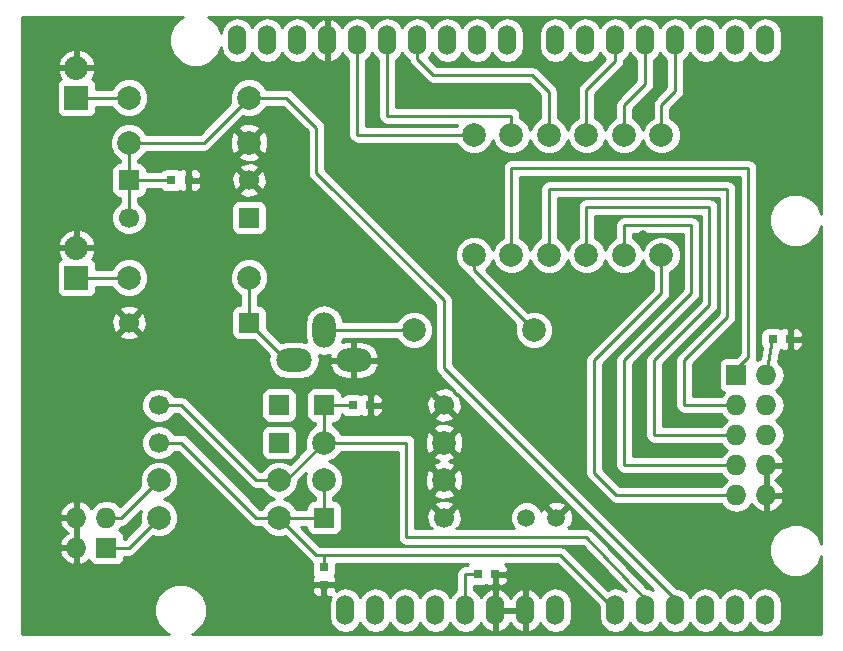
<source format=gbr>
G04 #@! TF.FileFunction,Copper,L2,Bot,Signal*
%FSLAX46Y46*%
G04 Gerber Fmt 4.6, Leading zero omitted, Abs format (unit mm)*
G04 Created by KiCad (PCBNEW (after 2015-mar-04 BZR unknown)-product) date Fri 28 Oct 2016 11:36:00 AM CEST*
%MOMM*%
G01*
G04 APERTURE LIST*
%ADD10C,0.100000*%
%ADD11C,0.970000*%
%ADD12O,1.524000X2.540000*%
%ADD13R,1.727200X1.727200*%
%ADD14O,1.727200X1.727200*%
%ADD15R,2.032000X2.032000*%
%ADD16O,2.032000X2.032000*%
%ADD17C,1.501140*%
%ADD18R,0.800000X0.750000*%
%ADD19R,0.750000X0.800000*%
%ADD20C,1.699260*%
%ADD21R,1.699260X1.699260*%
%ADD22O,1.998980X2.999740*%
%ADD23O,2.999740X1.998980*%
%ADD24C,1.998980*%
%ADD25C,0.250000*%
%ADD26C,0.254000*%
G04 APERTURE END LIST*
D10*
D11*
X173736000Y-67818000D03*
X178816000Y-67818000D03*
X212090000Y-75946000D03*
X209550000Y-78486000D03*
X184785000Y-99187000D03*
X203200000Y-56769000D03*
X200406000Y-56769000D03*
X201676000Y-70739000D03*
X198374000Y-70612000D03*
X195326000Y-69215000D03*
X192151000Y-69215000D03*
X181254400Y-58089800D03*
X178739800Y-58089800D03*
X158394400Y-95300800D03*
X172720000Y-92710000D03*
X179070000Y-94615000D03*
X198374000Y-99695000D03*
X179070000Y-94615000D03*
X179070000Y-91440000D03*
X206375000Y-86360000D03*
X206375000Y-88900000D03*
D12*
X212001100Y-102463600D03*
X209461100Y-102463600D03*
X206921100Y-102463600D03*
X199301100Y-102463600D03*
X201841100Y-102463600D03*
X204381100Y-102463600D03*
X194221100Y-102463600D03*
X191681100Y-102463600D03*
X189141100Y-102463600D03*
X184061100Y-102463600D03*
X181521100Y-102463600D03*
X212001100Y-54203600D03*
X209461100Y-54203600D03*
X206921100Y-54203600D03*
X204381100Y-54203600D03*
X201841100Y-54203600D03*
X199301100Y-54203600D03*
X196761100Y-54203600D03*
X194221100Y-54203600D03*
X190157100Y-54203600D03*
X187617100Y-54203600D03*
X185077100Y-54203600D03*
X182537100Y-54203600D03*
X179997100Y-54203600D03*
X177457100Y-54203600D03*
X174917100Y-54203600D03*
X172377100Y-54203600D03*
X186601100Y-102463600D03*
X169837100Y-54203600D03*
X167297100Y-54203600D03*
X178981100Y-102463600D03*
X176441100Y-102463600D03*
D13*
X209550000Y-82550000D03*
D14*
X212090000Y-82550000D03*
X209550000Y-85090000D03*
X212090000Y-85090000D03*
X209550000Y-87630000D03*
X212090000Y-87630000D03*
X209550000Y-90170000D03*
X212090000Y-90170000D03*
X209550000Y-92710000D03*
X212090000Y-92710000D03*
D13*
X156210000Y-97155000D03*
D14*
X153670000Y-97155000D03*
X156210000Y-94615000D03*
X153670000Y-94615000D03*
D15*
X153670000Y-74295000D03*
D16*
X153670000Y-71755000D03*
D15*
X153670000Y-59055000D03*
D16*
X153670000Y-56515000D03*
D17*
X194310000Y-94615000D03*
X191770000Y-94615000D03*
D18*
X187641800Y-99415600D03*
X189141800Y-99415600D03*
X161683000Y-66040000D03*
X163183000Y-66040000D03*
X177050000Y-85090000D03*
X178550000Y-85090000D03*
D19*
X174625000Y-98818000D03*
X174625000Y-100318000D03*
D20*
X160655000Y-88265000D03*
D21*
X170815000Y-88265000D03*
D20*
X184785000Y-94615000D03*
D21*
X174625000Y-94615000D03*
D20*
X158115000Y-69215000D03*
D21*
X168275000Y-69215000D03*
D20*
X168275000Y-66040000D03*
D21*
X158115000Y-66040000D03*
D20*
X160655000Y-85090000D03*
D21*
X170815000Y-85090000D03*
D20*
X184785000Y-85090000D03*
D21*
X174625000Y-85090000D03*
D20*
X158115000Y-78105000D03*
D21*
X168275000Y-78105000D03*
D22*
X174625000Y-78740000D03*
D23*
X172085000Y-81280000D03*
X177165000Y-81280000D03*
D24*
X168275000Y-59055000D03*
X158115000Y-59055000D03*
X170815000Y-94615000D03*
X160655000Y-94615000D03*
X170815000Y-91440000D03*
X160655000Y-91440000D03*
X174625000Y-91440000D03*
X184785000Y-91440000D03*
X158115000Y-62865000D03*
X168275000Y-62865000D03*
X174625000Y-88265000D03*
X184785000Y-88265000D03*
X192405000Y-78740000D03*
X182245000Y-78740000D03*
X187325000Y-72390000D03*
X187325000Y-62230000D03*
X190500000Y-72390000D03*
X190500000Y-62230000D03*
X193675000Y-72390000D03*
X193675000Y-62230000D03*
X196850000Y-72390000D03*
X196850000Y-62230000D03*
X200025000Y-72390000D03*
X200025000Y-62230000D03*
X203200000Y-72390000D03*
X203200000Y-62230000D03*
X158115000Y-74295000D03*
X168275000Y-74295000D03*
D18*
X212610000Y-79502000D03*
X214110000Y-79502000D03*
D11*
X206375000Y-91440000D03*
D25*
X156210000Y-97155000D02*
X158115000Y-97155000D01*
X158115000Y-97155000D02*
X160655000Y-94615000D01*
X156210000Y-94615000D02*
X157480000Y-94615000D01*
X157480000Y-94615000D02*
X160655000Y-91440000D01*
X153670000Y-59055000D02*
X158115000Y-59055000D01*
X212090000Y-82550000D02*
X212598000Y-79514000D01*
X212598000Y-79514000D02*
X212610000Y-79502000D01*
X186588400Y-99415600D02*
X186601100Y-99428300D01*
X186601100Y-99428300D02*
X186601100Y-102463600D01*
X187641800Y-99415600D02*
X186588400Y-99415600D01*
X209550000Y-82550000D02*
X209550000Y-82042000D01*
X209550000Y-82042000D02*
X210566000Y-81026000D01*
X190500000Y-72390000D02*
X190500000Y-65024000D01*
X210566000Y-65024000D02*
X210566000Y-81026000D01*
X190500000Y-65024000D02*
X210566000Y-65024000D01*
X193675000Y-72390000D02*
X193675000Y-66802000D01*
X205105000Y-85090000D02*
X209550000Y-85090000D01*
X205105000Y-81280000D02*
X205105000Y-85090000D01*
X208788000Y-77597000D02*
X205105000Y-81280000D01*
X208788000Y-66802000D02*
X208788000Y-77597000D01*
X193675000Y-66802000D02*
X208788000Y-66802000D01*
X196850000Y-72390000D02*
X196850000Y-68326000D01*
X202565000Y-87630000D02*
X209550000Y-87630000D01*
X202565000Y-81280000D02*
X202565000Y-87630000D01*
X207264000Y-76581000D02*
X202565000Y-81280000D01*
X207264000Y-68326000D02*
X207264000Y-76581000D01*
X196850000Y-68326000D02*
X207264000Y-68326000D01*
X187325000Y-72390000D02*
X187325000Y-73660000D01*
X187325000Y-73660000D02*
X192405000Y-78740000D01*
X200025000Y-72390000D02*
X200025000Y-69850000D01*
X200025000Y-90170000D02*
X209550000Y-90170000D01*
X200025000Y-90170000D02*
X200025000Y-90170000D01*
X200025000Y-81280000D02*
X200025000Y-90170000D01*
X205740000Y-75565000D02*
X200025000Y-81280000D01*
X205740000Y-69850000D02*
X205740000Y-75565000D01*
X200025000Y-69850000D02*
X205740000Y-69850000D01*
X203200000Y-72390000D02*
X203200000Y-75565000D01*
X199390000Y-92710000D02*
X209550000Y-92710000D01*
X197485000Y-90805000D02*
X199390000Y-92710000D01*
X197485000Y-81280000D02*
X197485000Y-90805000D01*
X203200000Y-75565000D02*
X197485000Y-81280000D01*
X153670000Y-74295000D02*
X158115000Y-74295000D01*
X161683000Y-66040000D02*
X158115000Y-66040000D01*
X168275000Y-59055000D02*
X171450000Y-59055000D01*
X184785000Y-81915000D02*
X204381100Y-101511100D01*
X184785000Y-76200000D02*
X184785000Y-81915000D01*
X173990000Y-65405000D02*
X184785000Y-76200000D01*
X173990000Y-61595000D02*
X173990000Y-65405000D01*
X171450000Y-59055000D02*
X173990000Y-61595000D01*
X204381100Y-101511100D02*
X204381100Y-102463600D01*
X158115000Y-62865000D02*
X158115000Y-66040000D01*
X158115000Y-66040000D02*
X158115000Y-69215000D01*
X158115000Y-62865000D02*
X164465000Y-62865000D01*
X164465000Y-62865000D02*
X168275000Y-59055000D01*
X203200000Y-59690000D02*
X204381100Y-58508900D01*
X204381100Y-58508900D02*
X204381100Y-54203600D01*
X203200000Y-62230000D02*
X203200000Y-59690000D01*
X200025000Y-59690000D02*
X201841100Y-57873900D01*
X201841100Y-57873900D02*
X201841100Y-54203600D01*
X200025000Y-62230000D02*
X200025000Y-59690000D01*
X196850000Y-58420000D02*
X199301100Y-55968900D01*
X199301100Y-55968900D02*
X199301100Y-54203600D01*
X196850000Y-62230000D02*
X196850000Y-58420000D01*
X182537100Y-54203600D02*
X182537100Y-55791100D01*
X193675000Y-58547000D02*
X193675000Y-62230000D01*
X192278000Y-57150000D02*
X193675000Y-58547000D01*
X183896000Y-57150000D02*
X192278000Y-57150000D01*
X182537100Y-55791100D02*
X183896000Y-57150000D01*
X179997100Y-54203600D02*
X179997100Y-60617100D01*
X190500000Y-60579000D02*
X190500000Y-62230000D01*
X180035200Y-60579000D02*
X190500000Y-60579000D01*
X179997100Y-60617100D02*
X180035200Y-60579000D01*
X177457100Y-54203600D02*
X177457100Y-62191900D01*
X177495200Y-62230000D02*
X187325000Y-62230000D01*
X177457100Y-62191900D02*
X177495200Y-62230000D01*
X174625000Y-85090000D02*
X177050000Y-85090000D01*
X174625000Y-88265000D02*
X181610000Y-88265000D01*
X196850000Y-96266000D02*
X201841100Y-101511100D01*
X181610000Y-96266000D02*
X196850000Y-96266000D01*
X181610000Y-88265000D02*
X181610000Y-96266000D01*
X201841100Y-101511100D02*
X201841100Y-102463600D01*
X160655000Y-85090000D02*
X162560000Y-85090000D01*
X168910000Y-91440000D02*
X170815000Y-91440000D01*
X162560000Y-85090000D02*
X168910000Y-91440000D01*
X174625000Y-85090000D02*
X174625000Y-88265000D01*
X174625000Y-88265000D02*
X171450000Y-91440000D01*
X171450000Y-91440000D02*
X170815000Y-91440000D01*
X174625000Y-97790000D02*
X174625000Y-98818000D01*
X170815000Y-94615000D02*
X173990000Y-97790000D01*
X194627500Y-97790000D02*
X199301100Y-102463600D01*
X173990000Y-97790000D02*
X174625000Y-97790000D01*
X174625000Y-97790000D02*
X194627500Y-97790000D01*
X160655000Y-88265000D02*
X162560000Y-88265000D01*
X168910000Y-94615000D02*
X170815000Y-94615000D01*
X162560000Y-88265000D02*
X168910000Y-94615000D01*
X170815000Y-94615000D02*
X174625000Y-94615000D01*
X174625000Y-94615000D02*
X174625000Y-91440000D01*
X168275000Y-74295000D02*
X168275000Y-78105000D01*
X168275000Y-78105000D02*
X171450000Y-81280000D01*
X171450000Y-81280000D02*
X172085000Y-81280000D01*
X174625000Y-78740000D02*
X182245000Y-78740000D01*
D26*
G36*
X159119812Y-94049989D02*
X159020794Y-94288453D01*
X159020226Y-94938694D01*
X159089309Y-95105888D01*
X157800198Y-96395000D01*
X157721040Y-96395000D01*
X157721040Y-96291400D01*
X157674063Y-96049277D01*
X157534273Y-95836473D01*
X157323240Y-95694023D01*
X157282340Y-95685820D01*
X157299029Y-95674670D01*
X157502214Y-95370581D01*
X157770839Y-95317148D01*
X158017401Y-95152401D01*
X159119812Y-94049989D01*
X159119812Y-94049989D01*
G37*
X159119812Y-94049989D02*
X159020794Y-94288453D01*
X159020226Y-94938694D01*
X159089309Y-95105888D01*
X157800198Y-96395000D01*
X157721040Y-96395000D01*
X157721040Y-96291400D01*
X157674063Y-96049277D01*
X157534273Y-95836473D01*
X157323240Y-95694023D01*
X157282340Y-95685820D01*
X157299029Y-95674670D01*
X157502214Y-95370581D01*
X157770839Y-95317148D01*
X158017401Y-95152401D01*
X159119812Y-94049989D01*
G36*
X173865000Y-93117930D02*
X173775370Y-93117930D01*
X173533247Y-93164907D01*
X173320443Y-93304697D01*
X173177993Y-93515730D01*
X173127930Y-93765370D01*
X173127930Y-93855000D01*
X172269496Y-93855000D01*
X172201462Y-93690345D01*
X171742073Y-93230154D01*
X171253567Y-93027309D01*
X171739655Y-92826462D01*
X172199846Y-92367073D01*
X172449206Y-91766547D01*
X172449425Y-91515376D01*
X173089812Y-90874989D01*
X172990794Y-91113453D01*
X172990226Y-91763694D01*
X173238538Y-92364655D01*
X173697927Y-92824846D01*
X173865000Y-92894220D01*
X173865000Y-93117930D01*
X173865000Y-93117930D01*
G37*
X173865000Y-93117930D02*
X173775370Y-93117930D01*
X173533247Y-93164907D01*
X173320443Y-93304697D01*
X173177993Y-93515730D01*
X173127930Y-93765370D01*
X173127930Y-93855000D01*
X172269496Y-93855000D01*
X172201462Y-93690345D01*
X171742073Y-93230154D01*
X171253567Y-93027309D01*
X171739655Y-92826462D01*
X172199846Y-92367073D01*
X172449206Y-91766547D01*
X172449425Y-91515376D01*
X173089812Y-90874989D01*
X172990794Y-91113453D01*
X172990226Y-91763694D01*
X173238538Y-92364655D01*
X173697927Y-92824846D01*
X173865000Y-92894220D01*
X173865000Y-93117930D01*
G36*
X185925175Y-61339000D02*
X185870779Y-61470000D01*
X178217100Y-61470000D01*
X178217100Y-55888979D01*
X178444928Y-55736749D01*
X178727100Y-55314449D01*
X179009272Y-55736749D01*
X179237100Y-55888979D01*
X179237100Y-60617100D01*
X179294952Y-60907939D01*
X179459699Y-61154501D01*
X179706261Y-61319248D01*
X179997100Y-61377100D01*
X180188639Y-61339000D01*
X185925175Y-61339000D01*
X185925175Y-61339000D01*
G37*
X185925175Y-61339000D02*
X185870779Y-61470000D01*
X178217100Y-61470000D01*
X178217100Y-55888979D01*
X178444928Y-55736749D01*
X178727100Y-55314449D01*
X179009272Y-55736749D01*
X179237100Y-55888979D01*
X179237100Y-60617100D01*
X179294952Y-60907939D01*
X179459699Y-61154501D01*
X179706261Y-61319248D01*
X179997100Y-61377100D01*
X180188639Y-61339000D01*
X185925175Y-61339000D01*
G36*
X192915000Y-60775503D02*
X192750345Y-60843538D01*
X192290154Y-61302927D01*
X192087309Y-61791432D01*
X191886462Y-61305345D01*
X191427073Y-60845154D01*
X191260000Y-60775779D01*
X191260000Y-60579000D01*
X191202148Y-60288161D01*
X191037401Y-60041599D01*
X190790839Y-59876852D01*
X190500000Y-59819000D01*
X180757100Y-59819000D01*
X180757100Y-55888979D01*
X180984928Y-55736749D01*
X181267100Y-55314449D01*
X181549272Y-55736749D01*
X181799553Y-55903982D01*
X181834952Y-56081939D01*
X181999699Y-56328501D01*
X183358599Y-57687401D01*
X183605161Y-57852148D01*
X183896000Y-57910000D01*
X191963198Y-57910000D01*
X192915000Y-58861802D01*
X192915000Y-60775503D01*
X192915000Y-60775503D01*
G37*
X192915000Y-60775503D02*
X192750345Y-60843538D01*
X192290154Y-61302927D01*
X192087309Y-61791432D01*
X191886462Y-61305345D01*
X191427073Y-60845154D01*
X191260000Y-60775779D01*
X191260000Y-60579000D01*
X191202148Y-60288161D01*
X191037401Y-60041599D01*
X190790839Y-59876852D01*
X190500000Y-59819000D01*
X180757100Y-59819000D01*
X180757100Y-55888979D01*
X180984928Y-55736749D01*
X181267100Y-55314449D01*
X181549272Y-55736749D01*
X181799553Y-55903982D01*
X181834952Y-56081939D01*
X181999699Y-56328501D01*
X183358599Y-57687401D01*
X183605161Y-57852148D01*
X183896000Y-57910000D01*
X191963198Y-57910000D01*
X192915000Y-58861802D01*
X192915000Y-60775503D01*
G36*
X200153115Y-100839703D02*
X199835709Y-100627619D01*
X199301100Y-100521279D01*
X198766491Y-100627619D01*
X198630672Y-100718370D01*
X195164901Y-97252599D01*
X194918339Y-97087852D01*
X194627500Y-97030000D01*
X174625000Y-97030000D01*
X174304802Y-97030000D01*
X172649802Y-95375000D01*
X173127930Y-95375000D01*
X173127930Y-95464630D01*
X173174907Y-95706753D01*
X173314697Y-95919557D01*
X173525730Y-96062007D01*
X173775370Y-96112070D01*
X175474630Y-96112070D01*
X175716753Y-96065093D01*
X175929557Y-95925303D01*
X176072007Y-95714270D01*
X176122070Y-95464630D01*
X176122070Y-93765370D01*
X176075093Y-93523247D01*
X175935303Y-93310443D01*
X175724270Y-93167993D01*
X175474630Y-93117930D01*
X175385000Y-93117930D01*
X175385000Y-92894496D01*
X175549655Y-92826462D01*
X176009846Y-92367073D01*
X176259206Y-91766547D01*
X176259774Y-91116306D01*
X176011462Y-90515345D01*
X175552073Y-90055154D01*
X175063567Y-89852309D01*
X175549655Y-89651462D01*
X176009846Y-89192073D01*
X176079220Y-89025000D01*
X180850000Y-89025000D01*
X180850000Y-96266000D01*
X180907852Y-96556839D01*
X181072599Y-96803401D01*
X181319161Y-96968148D01*
X181610000Y-97026000D01*
X196524094Y-97026000D01*
X200153115Y-100839703D01*
X200153115Y-100839703D01*
G37*
X200153115Y-100839703D02*
X199835709Y-100627619D01*
X199301100Y-100521279D01*
X198766491Y-100627619D01*
X198630672Y-100718370D01*
X195164901Y-97252599D01*
X194918339Y-97087852D01*
X194627500Y-97030000D01*
X174625000Y-97030000D01*
X174304802Y-97030000D01*
X172649802Y-95375000D01*
X173127930Y-95375000D01*
X173127930Y-95464630D01*
X173174907Y-95706753D01*
X173314697Y-95919557D01*
X173525730Y-96062007D01*
X173775370Y-96112070D01*
X175474630Y-96112070D01*
X175716753Y-96065093D01*
X175929557Y-95925303D01*
X176072007Y-95714270D01*
X176122070Y-95464630D01*
X176122070Y-93765370D01*
X176075093Y-93523247D01*
X175935303Y-93310443D01*
X175724270Y-93167993D01*
X175474630Y-93117930D01*
X175385000Y-93117930D01*
X175385000Y-92894496D01*
X175549655Y-92826462D01*
X176009846Y-92367073D01*
X176259206Y-91766547D01*
X176259774Y-91116306D01*
X176011462Y-90515345D01*
X175552073Y-90055154D01*
X175063567Y-89852309D01*
X175549655Y-89651462D01*
X176009846Y-89192073D01*
X176079220Y-89025000D01*
X180850000Y-89025000D01*
X180850000Y-96266000D01*
X180907852Y-96556839D01*
X181072599Y-96803401D01*
X181319161Y-96968148D01*
X181610000Y-97026000D01*
X196524094Y-97026000D01*
X200153115Y-100839703D01*
G36*
X201081100Y-57559098D02*
X199487599Y-59152599D01*
X199322852Y-59399161D01*
X199265000Y-59690000D01*
X199265000Y-60775503D01*
X199100345Y-60843538D01*
X198640154Y-61302927D01*
X198437309Y-61791432D01*
X198236462Y-61305345D01*
X197777073Y-60845154D01*
X197610000Y-60775779D01*
X197610000Y-58734802D01*
X199838501Y-56506301D01*
X200003248Y-56259739D01*
X200061100Y-55968900D01*
X200061100Y-55888979D01*
X200288928Y-55736749D01*
X200571100Y-55314449D01*
X200853272Y-55736749D01*
X201081100Y-55888979D01*
X201081100Y-57559098D01*
X201081100Y-57559098D01*
G37*
X201081100Y-57559098D02*
X199487599Y-59152599D01*
X199322852Y-59399161D01*
X199265000Y-59690000D01*
X199265000Y-60775503D01*
X199100345Y-60843538D01*
X198640154Y-61302927D01*
X198437309Y-61791432D01*
X198236462Y-61305345D01*
X197777073Y-60845154D01*
X197610000Y-60775779D01*
X197610000Y-58734802D01*
X199838501Y-56506301D01*
X200003248Y-56259739D01*
X200061100Y-55968900D01*
X200061100Y-55888979D01*
X200288928Y-55736749D01*
X200571100Y-55314449D01*
X200853272Y-55736749D01*
X201081100Y-55888979D01*
X201081100Y-57559098D01*
G36*
X203621100Y-58194098D02*
X202662599Y-59152599D01*
X202497852Y-59399161D01*
X202440000Y-59690000D01*
X202440000Y-60775503D01*
X202275345Y-60843538D01*
X201815154Y-61302927D01*
X201612309Y-61791432D01*
X201411462Y-61305345D01*
X200952073Y-60845154D01*
X200785000Y-60775779D01*
X200785000Y-60004802D01*
X202378501Y-58411301D01*
X202543248Y-58164740D01*
X202543248Y-58164739D01*
X202601100Y-57873900D01*
X202601100Y-55888979D01*
X202828928Y-55736749D01*
X203111100Y-55314449D01*
X203393272Y-55736749D01*
X203621100Y-55888979D01*
X203621100Y-58194098D01*
X203621100Y-58194098D01*
G37*
X203621100Y-58194098D02*
X202662599Y-59152599D01*
X202497852Y-59399161D01*
X202440000Y-59690000D01*
X202440000Y-60775503D01*
X202275345Y-60843538D01*
X201815154Y-61302927D01*
X201612309Y-61791432D01*
X201411462Y-61305345D01*
X200952073Y-60845154D01*
X200785000Y-60775779D01*
X200785000Y-60004802D01*
X202378501Y-58411301D01*
X202543248Y-58164740D01*
X202543248Y-58164739D01*
X202601100Y-57873900D01*
X202601100Y-55888979D01*
X202828928Y-55736749D01*
X203111100Y-55314449D01*
X203393272Y-55736749D01*
X203621100Y-55888979D01*
X203621100Y-58194098D01*
G36*
X208775751Y-86360000D02*
X208460971Y-86570330D01*
X208260737Y-86870000D01*
X203325000Y-86870000D01*
X203325000Y-81594802D01*
X207801401Y-77118401D01*
X207966148Y-76871839D01*
X208024000Y-76581000D01*
X208024000Y-68326000D01*
X207966148Y-68035161D01*
X207801401Y-67788599D01*
X207554839Y-67623852D01*
X207264000Y-67566000D01*
X196850000Y-67566000D01*
X196559161Y-67623852D01*
X196312599Y-67788599D01*
X196147852Y-68035161D01*
X196090000Y-68326000D01*
X196090000Y-70935503D01*
X195925345Y-71003538D01*
X195465154Y-71462927D01*
X195262309Y-71951432D01*
X195061462Y-71465345D01*
X194602073Y-71005154D01*
X194435000Y-70935779D01*
X194435000Y-67562000D01*
X208028000Y-67562000D01*
X208028000Y-77282198D01*
X204567599Y-80742599D01*
X204402852Y-80989161D01*
X204345000Y-81280000D01*
X204345000Y-85090000D01*
X204402852Y-85380839D01*
X204567599Y-85627401D01*
X204814161Y-85792148D01*
X205105000Y-85850000D01*
X208260737Y-85850000D01*
X208460971Y-86149670D01*
X208775751Y-86360000D01*
X208775751Y-86360000D01*
G37*
X208775751Y-86360000D02*
X208460971Y-86570330D01*
X208260737Y-86870000D01*
X203325000Y-86870000D01*
X203325000Y-81594802D01*
X207801401Y-77118401D01*
X207966148Y-76871839D01*
X208024000Y-76581000D01*
X208024000Y-68326000D01*
X207966148Y-68035161D01*
X207801401Y-67788599D01*
X207554839Y-67623852D01*
X207264000Y-67566000D01*
X196850000Y-67566000D01*
X196559161Y-67623852D01*
X196312599Y-67788599D01*
X196147852Y-68035161D01*
X196090000Y-68326000D01*
X196090000Y-70935503D01*
X195925345Y-71003538D01*
X195465154Y-71462927D01*
X195262309Y-71951432D01*
X195061462Y-71465345D01*
X194602073Y-71005154D01*
X194435000Y-70935779D01*
X194435000Y-67562000D01*
X208028000Y-67562000D01*
X208028000Y-77282198D01*
X204567599Y-80742599D01*
X204402852Y-80989161D01*
X204345000Y-81280000D01*
X204345000Y-85090000D01*
X204402852Y-85380839D01*
X204567599Y-85627401D01*
X204814161Y-85792148D01*
X205105000Y-85850000D01*
X208260737Y-85850000D01*
X208460971Y-86149670D01*
X208775751Y-86360000D01*
G36*
X208775751Y-88900000D02*
X208460971Y-89110330D01*
X208260737Y-89410000D01*
X200785000Y-89410000D01*
X200785000Y-81594802D01*
X206277401Y-76102401D01*
X206277402Y-76102401D01*
X206442148Y-75855839D01*
X206500000Y-75565000D01*
X206500000Y-69850000D01*
X206442148Y-69559161D01*
X206277401Y-69312599D01*
X206030839Y-69147852D01*
X205740000Y-69090000D01*
X200025000Y-69090000D01*
X199734161Y-69147852D01*
X199487599Y-69312599D01*
X199322852Y-69559161D01*
X199265000Y-69850000D01*
X199265000Y-70935503D01*
X199100345Y-71003538D01*
X198640154Y-71462927D01*
X198437309Y-71951432D01*
X198236462Y-71465345D01*
X197777073Y-71005154D01*
X197610000Y-70935779D01*
X197610000Y-69086000D01*
X206504000Y-69086000D01*
X206504000Y-76266198D01*
X202027599Y-80742599D01*
X201862852Y-80989161D01*
X201805000Y-81280000D01*
X201805000Y-87630000D01*
X201862852Y-87920839D01*
X202027599Y-88167401D01*
X202274161Y-88332148D01*
X202565000Y-88390000D01*
X208260737Y-88390000D01*
X208460971Y-88689670D01*
X208775751Y-88900000D01*
X208775751Y-88900000D01*
G37*
X208775751Y-88900000D02*
X208460971Y-89110330D01*
X208260737Y-89410000D01*
X200785000Y-89410000D01*
X200785000Y-81594802D01*
X206277401Y-76102401D01*
X206277402Y-76102401D01*
X206442148Y-75855839D01*
X206500000Y-75565000D01*
X206500000Y-69850000D01*
X206442148Y-69559161D01*
X206277401Y-69312599D01*
X206030839Y-69147852D01*
X205740000Y-69090000D01*
X200025000Y-69090000D01*
X199734161Y-69147852D01*
X199487599Y-69312599D01*
X199322852Y-69559161D01*
X199265000Y-69850000D01*
X199265000Y-70935503D01*
X199100345Y-71003538D01*
X198640154Y-71462927D01*
X198437309Y-71951432D01*
X198236462Y-71465345D01*
X197777073Y-71005154D01*
X197610000Y-70935779D01*
X197610000Y-69086000D01*
X206504000Y-69086000D01*
X206504000Y-76266198D01*
X202027599Y-80742599D01*
X201862852Y-80989161D01*
X201805000Y-81280000D01*
X201805000Y-87630000D01*
X201862852Y-87920839D01*
X202027599Y-88167401D01*
X202274161Y-88332148D01*
X202565000Y-88390000D01*
X208260737Y-88390000D01*
X208460971Y-88689670D01*
X208775751Y-88900000D01*
G36*
X208775751Y-91440000D02*
X208460971Y-91650330D01*
X208260737Y-91950000D01*
X199704802Y-91950000D01*
X198245000Y-90490198D01*
X198245000Y-81594802D01*
X203737401Y-76102401D01*
X203737402Y-76102401D01*
X203902148Y-75855839D01*
X203960000Y-75565000D01*
X203960000Y-73844496D01*
X204124655Y-73776462D01*
X204584846Y-73317073D01*
X204834206Y-72716547D01*
X204834774Y-72066306D01*
X204586462Y-71465345D01*
X204127073Y-71005154D01*
X203526547Y-70755794D01*
X202876306Y-70755226D01*
X202275345Y-71003538D01*
X201815154Y-71462927D01*
X201612309Y-71951432D01*
X201411462Y-71465345D01*
X200952073Y-71005154D01*
X200785000Y-70935779D01*
X200785000Y-70610000D01*
X204980000Y-70610000D01*
X204980000Y-75250197D01*
X199487599Y-80742599D01*
X199322852Y-80989161D01*
X199265000Y-81280000D01*
X199265000Y-90170000D01*
X199322852Y-90460839D01*
X199487599Y-90707401D01*
X199734161Y-90872148D01*
X200025000Y-90930000D01*
X208260737Y-90930000D01*
X208460971Y-91229670D01*
X208775751Y-91440000D01*
X208775751Y-91440000D01*
G37*
X208775751Y-91440000D02*
X208460971Y-91650330D01*
X208260737Y-91950000D01*
X199704802Y-91950000D01*
X198245000Y-90490198D01*
X198245000Y-81594802D01*
X203737401Y-76102401D01*
X203737402Y-76102401D01*
X203902148Y-75855839D01*
X203960000Y-75565000D01*
X203960000Y-73844496D01*
X204124655Y-73776462D01*
X204584846Y-73317073D01*
X204834206Y-72716547D01*
X204834774Y-72066306D01*
X204586462Y-71465345D01*
X204127073Y-71005154D01*
X203526547Y-70755794D01*
X202876306Y-70755226D01*
X202275345Y-71003538D01*
X201815154Y-71462927D01*
X201612309Y-71951432D01*
X201411462Y-71465345D01*
X200952073Y-71005154D01*
X200785000Y-70935779D01*
X200785000Y-70610000D01*
X204980000Y-70610000D01*
X204980000Y-75250197D01*
X199487599Y-80742599D01*
X199322852Y-80989161D01*
X199265000Y-81280000D01*
X199265000Y-90170000D01*
X199322852Y-90460839D01*
X199487599Y-90707401D01*
X199734161Y-90872148D01*
X200025000Y-90930000D01*
X208260737Y-90930000D01*
X208460971Y-91229670D01*
X208775751Y-91440000D01*
G36*
X209806000Y-80711198D02*
X209478238Y-81038960D01*
X208686400Y-81038960D01*
X208444277Y-81085937D01*
X208231473Y-81225727D01*
X208089023Y-81436760D01*
X208038960Y-81686400D01*
X208038960Y-83413600D01*
X208085937Y-83655723D01*
X208225727Y-83868527D01*
X208436760Y-84010977D01*
X208477659Y-84019179D01*
X208460971Y-84030330D01*
X208260737Y-84330000D01*
X205865000Y-84330000D01*
X205865000Y-81594802D01*
X209325401Y-78134401D01*
X209490148Y-77887839D01*
X209548000Y-77597000D01*
X209548000Y-66802000D01*
X209490148Y-66511161D01*
X209325401Y-66264599D01*
X209078839Y-66099852D01*
X208788000Y-66042000D01*
X193675000Y-66042000D01*
X193384161Y-66099852D01*
X193137599Y-66264599D01*
X192972852Y-66511161D01*
X192915000Y-66802000D01*
X192915000Y-70935503D01*
X192750345Y-71003538D01*
X192290154Y-71462927D01*
X192087309Y-71951432D01*
X191886462Y-71465345D01*
X191427073Y-71005154D01*
X191260000Y-70935779D01*
X191260000Y-65784000D01*
X209806000Y-65784000D01*
X209806000Y-80711198D01*
X209806000Y-80711198D01*
G37*
X209806000Y-80711198D02*
X209478238Y-81038960D01*
X208686400Y-81038960D01*
X208444277Y-81085937D01*
X208231473Y-81225727D01*
X208089023Y-81436760D01*
X208038960Y-81686400D01*
X208038960Y-83413600D01*
X208085937Y-83655723D01*
X208225727Y-83868527D01*
X208436760Y-84010977D01*
X208477659Y-84019179D01*
X208460971Y-84030330D01*
X208260737Y-84330000D01*
X205865000Y-84330000D01*
X205865000Y-81594802D01*
X209325401Y-78134401D01*
X209490148Y-77887839D01*
X209548000Y-77597000D01*
X209548000Y-66802000D01*
X209490148Y-66511161D01*
X209325401Y-66264599D01*
X209078839Y-66099852D01*
X208788000Y-66042000D01*
X193675000Y-66042000D01*
X193384161Y-66099852D01*
X193137599Y-66264599D01*
X192972852Y-66511161D01*
X192915000Y-66802000D01*
X192915000Y-70935503D01*
X192750345Y-71003538D01*
X192290154Y-71462927D01*
X192087309Y-71951432D01*
X191886462Y-71465345D01*
X191427073Y-71005154D01*
X191260000Y-70935779D01*
X191260000Y-65784000D01*
X209806000Y-65784000D01*
X209806000Y-80711198D01*
G36*
X216739000Y-104471000D02*
X213398100Y-104471000D01*
X213398100Y-103008921D01*
X213398100Y-101918279D01*
X213291760Y-101383670D01*
X212988928Y-100930451D01*
X212535709Y-100627619D01*
X212001100Y-100521279D01*
X211466491Y-100627619D01*
X211013272Y-100930451D01*
X210731100Y-101352750D01*
X210448928Y-100930451D01*
X209995709Y-100627619D01*
X209461100Y-100521279D01*
X208926491Y-100627619D01*
X208473272Y-100930451D01*
X208191100Y-101352750D01*
X207908928Y-100930451D01*
X207455709Y-100627619D01*
X206921100Y-100521279D01*
X206386491Y-100627619D01*
X205933272Y-100930451D01*
X205651100Y-101352750D01*
X205368928Y-100930451D01*
X204915709Y-100627619D01*
X204487181Y-100542379D01*
X185545000Y-81600198D01*
X185545000Y-76200000D01*
X185496746Y-75957413D01*
X185487148Y-75909161D01*
X185487148Y-75909160D01*
X185322401Y-75662599D01*
X174750000Y-65090198D01*
X174750000Y-61595000D01*
X174701746Y-61352413D01*
X174692148Y-61304161D01*
X174692148Y-61304160D01*
X174527401Y-61057599D01*
X171987401Y-58517599D01*
X171740839Y-58352852D01*
X171450000Y-58295000D01*
X169729496Y-58295000D01*
X169661462Y-58130345D01*
X169202073Y-57670154D01*
X168601547Y-57420794D01*
X167951306Y-57420226D01*
X167350345Y-57668538D01*
X166890154Y-58127927D01*
X166640794Y-58728453D01*
X166640226Y-59378694D01*
X166709309Y-59545888D01*
X164150198Y-62105000D01*
X159749774Y-62105000D01*
X159749774Y-58731306D01*
X159501462Y-58130345D01*
X159042073Y-57670154D01*
X158441547Y-57420794D01*
X157791306Y-57420226D01*
X157190345Y-57668538D01*
X156730154Y-58127927D01*
X156660779Y-58295000D01*
X155333440Y-58295000D01*
X155333440Y-58039000D01*
X155286463Y-57796877D01*
X155146673Y-57584073D01*
X154986956Y-57476262D01*
X155076385Y-57379818D01*
X155275975Y-56897944D01*
X155275975Y-56132056D01*
X155076385Y-55650182D01*
X154638379Y-55177812D01*
X154052946Y-54909017D01*
X153797000Y-55027633D01*
X153797000Y-56388000D01*
X155156836Y-56388000D01*
X155275975Y-56132056D01*
X155275975Y-56897944D01*
X155156836Y-56642000D01*
X153797000Y-56642000D01*
X153797000Y-56662000D01*
X153543000Y-56662000D01*
X153543000Y-56642000D01*
X153543000Y-56388000D01*
X153543000Y-55027633D01*
X153287054Y-54909017D01*
X152701621Y-55177812D01*
X152263615Y-55650182D01*
X152064025Y-56132056D01*
X152183164Y-56388000D01*
X153543000Y-56388000D01*
X153543000Y-56642000D01*
X152183164Y-56642000D01*
X152064025Y-56897944D01*
X152263615Y-57379818D01*
X152353574Y-57476835D01*
X152199073Y-57578327D01*
X152056623Y-57789360D01*
X152006560Y-58039000D01*
X152006560Y-60071000D01*
X152053537Y-60313123D01*
X152193327Y-60525927D01*
X152404360Y-60668377D01*
X152654000Y-60718440D01*
X154686000Y-60718440D01*
X154928123Y-60671463D01*
X155140927Y-60531673D01*
X155283377Y-60320640D01*
X155333440Y-60071000D01*
X155333440Y-59815000D01*
X156660503Y-59815000D01*
X156728538Y-59979655D01*
X157187927Y-60439846D01*
X157788453Y-60689206D01*
X158438694Y-60689774D01*
X159039655Y-60441462D01*
X159499846Y-59982073D01*
X159749206Y-59381547D01*
X159749774Y-58731306D01*
X159749774Y-62105000D01*
X159569496Y-62105000D01*
X159501462Y-61940345D01*
X159042073Y-61480154D01*
X158441547Y-61230794D01*
X157791306Y-61230226D01*
X157190345Y-61478538D01*
X156730154Y-61937927D01*
X156480794Y-62538453D01*
X156480226Y-63188694D01*
X156728538Y-63789655D01*
X157187927Y-64249846D01*
X157355000Y-64319220D01*
X157355000Y-64542930D01*
X157265370Y-64542930D01*
X157023247Y-64589907D01*
X156810443Y-64729697D01*
X156667993Y-64940730D01*
X156617930Y-65190370D01*
X156617930Y-66889630D01*
X156664907Y-67131753D01*
X156804697Y-67344557D01*
X157015730Y-67487007D01*
X157265370Y-67537070D01*
X157355000Y-67537070D01*
X157355000Y-67922653D01*
X157275123Y-67955658D01*
X156857126Y-68372926D01*
X156630628Y-68918393D01*
X156630112Y-69509016D01*
X156855658Y-70054877D01*
X157272926Y-70472874D01*
X157818393Y-70699372D01*
X158409016Y-70699888D01*
X158954877Y-70474342D01*
X159372874Y-70057074D01*
X159599372Y-69511607D01*
X159599888Y-68920984D01*
X159374342Y-68375123D01*
X158957074Y-67957126D01*
X158875000Y-67923045D01*
X158875000Y-67537070D01*
X158964630Y-67537070D01*
X159206753Y-67490093D01*
X159419557Y-67350303D01*
X159562007Y-67139270D01*
X159612070Y-66889630D01*
X159612070Y-66800000D01*
X160776392Y-66800000D01*
X160822327Y-66869927D01*
X161033360Y-67012377D01*
X161283000Y-67062440D01*
X162083000Y-67062440D01*
X162325123Y-67015463D01*
X162421879Y-66951904D01*
X162423302Y-66953327D01*
X162656691Y-67050000D01*
X162897250Y-67050000D01*
X163056000Y-66891250D01*
X163056000Y-66167000D01*
X163036000Y-66167000D01*
X163036000Y-65913000D01*
X163056000Y-65913000D01*
X163056000Y-65188750D01*
X162897250Y-65030000D01*
X162656691Y-65030000D01*
X162423302Y-65126673D01*
X162422019Y-65127955D01*
X162332640Y-65067623D01*
X162083000Y-65017560D01*
X161283000Y-65017560D01*
X161040877Y-65064537D01*
X160828073Y-65204327D01*
X160776992Y-65280000D01*
X159612070Y-65280000D01*
X159612070Y-65190370D01*
X159565093Y-64948247D01*
X159425303Y-64735443D01*
X159214270Y-64592993D01*
X158964630Y-64542930D01*
X158875000Y-64542930D01*
X158875000Y-64319496D01*
X159039655Y-64251462D01*
X159499846Y-63792073D01*
X159569220Y-63625000D01*
X164465000Y-63625000D01*
X164755839Y-63567148D01*
X165002401Y-63402401D01*
X167783917Y-60620884D01*
X167948453Y-60689206D01*
X168598694Y-60689774D01*
X169199655Y-60441462D01*
X169659846Y-59982073D01*
X169729220Y-59815000D01*
X171135198Y-59815000D01*
X173230000Y-61909802D01*
X173230000Y-65405000D01*
X173287852Y-65695839D01*
X173452599Y-65942401D01*
X184025000Y-76514802D01*
X184025000Y-81915000D01*
X184082852Y-82205839D01*
X184247599Y-82452401D01*
X185745295Y-83950096D01*
X185649084Y-84046307D01*
X185568858Y-83795047D01*
X185013633Y-83593650D01*
X184423601Y-83620059D01*
X184001142Y-83795047D01*
X183920915Y-84046310D01*
X184785000Y-84910395D01*
X184799142Y-84896252D01*
X184978747Y-85075857D01*
X184964605Y-85090000D01*
X185828690Y-85954085D01*
X186079953Y-85873858D01*
X186281350Y-85318633D01*
X186254941Y-84728601D01*
X186079953Y-84306142D01*
X185828692Y-84225915D01*
X185924903Y-84129704D01*
X202517677Y-100722479D01*
X202375709Y-100627619D01*
X201973343Y-100547583D01*
X197400567Y-95742095D01*
X197392727Y-95736570D01*
X197387401Y-95728599D01*
X197271819Y-95651370D01*
X197158168Y-95571283D01*
X197148812Y-95569179D01*
X197140839Y-95563852D01*
X197004486Y-95536729D01*
X196868853Y-95506234D01*
X196859405Y-95507870D01*
X196850000Y-95506000D01*
X195707767Y-95506000D01*
X195380608Y-95506000D01*
X195281932Y-95407324D01*
X195522931Y-95339265D01*
X195707767Y-94819966D01*
X195679805Y-94269462D01*
X195522931Y-93890735D01*
X195281930Y-93822675D01*
X195102325Y-94002280D01*
X195102325Y-93643070D01*
X195034265Y-93402069D01*
X194514966Y-93217233D01*
X193964462Y-93245195D01*
X193585735Y-93402069D01*
X193517675Y-93643070D01*
X194310000Y-94435395D01*
X195102325Y-93643070D01*
X195102325Y-94002280D01*
X194489605Y-94615000D01*
X194503747Y-94629142D01*
X194324142Y-94808747D01*
X194310000Y-94794605D01*
X194295857Y-94808747D01*
X194116252Y-94629142D01*
X194130395Y-94615000D01*
X193338070Y-93822675D01*
X193097069Y-93890735D01*
X193038231Y-94056040D01*
X192945314Y-93831163D01*
X192555887Y-93441056D01*
X192046816Y-93229671D01*
X191495602Y-93229190D01*
X190986163Y-93439686D01*
X190596056Y-93829113D01*
X190384671Y-94338184D01*
X190384190Y-94889398D01*
X190594686Y-95398837D01*
X190701662Y-95506000D01*
X186430401Y-95506000D01*
X186430401Y-91704418D01*
X186430401Y-88529418D01*
X186406341Y-87879623D01*
X186281350Y-87577866D01*
X186203965Y-87391042D01*
X185937163Y-87292443D01*
X185757557Y-87472048D01*
X185757557Y-87112837D01*
X185658958Y-86846035D01*
X185649085Y-86842367D01*
X185649085Y-86133690D01*
X184785000Y-85269605D01*
X184605395Y-85449210D01*
X184605395Y-85090000D01*
X183879774Y-84364379D01*
X183879774Y-78416306D01*
X183631462Y-77815345D01*
X183172073Y-77355154D01*
X182571547Y-77105794D01*
X181921306Y-77105226D01*
X181320345Y-77353538D01*
X180860154Y-77812927D01*
X180790779Y-77980000D01*
X176216167Y-77980000D01*
X176135072Y-77572303D01*
X175780759Y-77042036D01*
X175250492Y-76687723D01*
X174625000Y-76563305D01*
X173999508Y-76687723D01*
X173469241Y-77042036D01*
X173114928Y-77572303D01*
X172990510Y-78197795D01*
X172990510Y-79282205D01*
X173080719Y-79735719D01*
X172627205Y-79645510D01*
X171542795Y-79645510D01*
X170998565Y-79753763D01*
X169920401Y-78675599D01*
X169920401Y-63129418D01*
X169896341Y-62479623D01*
X169693965Y-61991042D01*
X169427163Y-61892443D01*
X169247557Y-62072048D01*
X169247557Y-61712837D01*
X169148958Y-61446035D01*
X168539418Y-61219599D01*
X167889623Y-61243659D01*
X167401042Y-61446035D01*
X167302443Y-61712837D01*
X168275000Y-62685395D01*
X169247557Y-61712837D01*
X169247557Y-62072048D01*
X168454605Y-62865000D01*
X169427163Y-63837557D01*
X169693965Y-63738958D01*
X169920401Y-63129418D01*
X169920401Y-78675599D01*
X169772070Y-78527268D01*
X169772070Y-77255370D01*
X169725093Y-77013247D01*
X169585303Y-76800443D01*
X169374270Y-76657993D01*
X169124630Y-76607930D01*
X169035000Y-76607930D01*
X169035000Y-75749496D01*
X169199655Y-75681462D01*
X169659846Y-75222073D01*
X169909206Y-74621547D01*
X169909774Y-73971306D01*
X169772070Y-73638036D01*
X169772070Y-70064630D01*
X169772070Y-68365370D01*
X169771350Y-68361659D01*
X169771350Y-66268633D01*
X169744941Y-65678601D01*
X169569953Y-65256142D01*
X169318690Y-65175915D01*
X169247557Y-65247048D01*
X169247557Y-64017163D01*
X168275000Y-63044605D01*
X168095395Y-63224210D01*
X168095395Y-62865000D01*
X167122837Y-61892443D01*
X166856035Y-61991042D01*
X166629599Y-62600582D01*
X166653659Y-63250377D01*
X166856035Y-63738958D01*
X167122837Y-63837557D01*
X168095395Y-62865000D01*
X168095395Y-63224210D01*
X167302443Y-64017163D01*
X167401042Y-64283965D01*
X168010582Y-64510401D01*
X168660377Y-64486341D01*
X169148958Y-64283965D01*
X169247557Y-64017163D01*
X169247557Y-65247048D01*
X169139085Y-65355520D01*
X169139085Y-64996310D01*
X169058858Y-64745047D01*
X168503633Y-64543650D01*
X167913601Y-64570059D01*
X167491142Y-64745047D01*
X167410915Y-64996310D01*
X168275000Y-65860395D01*
X169139085Y-64996310D01*
X169139085Y-65355520D01*
X168454605Y-66040000D01*
X169318690Y-66904085D01*
X169569953Y-66823858D01*
X169771350Y-66268633D01*
X169771350Y-68361659D01*
X169725093Y-68123247D01*
X169585303Y-67910443D01*
X169374270Y-67767993D01*
X169139085Y-67720828D01*
X169139085Y-67083690D01*
X168275000Y-66219605D01*
X168095395Y-66399210D01*
X168095395Y-66040000D01*
X167231310Y-65175915D01*
X166980047Y-65256142D01*
X166778650Y-65811367D01*
X166805059Y-66401399D01*
X166980047Y-66823858D01*
X167231310Y-66904085D01*
X168095395Y-66040000D01*
X168095395Y-66399210D01*
X167410915Y-67083690D01*
X167491142Y-67334953D01*
X168046367Y-67536350D01*
X168636399Y-67509941D01*
X169058858Y-67334953D01*
X169139085Y-67083690D01*
X169139085Y-67720828D01*
X169124630Y-67717930D01*
X167425370Y-67717930D01*
X167183247Y-67764907D01*
X166970443Y-67904697D01*
X166827993Y-68115730D01*
X166777930Y-68365370D01*
X166777930Y-70064630D01*
X166824907Y-70306753D01*
X166964697Y-70519557D01*
X167175730Y-70662007D01*
X167425370Y-70712070D01*
X169124630Y-70712070D01*
X169366753Y-70665093D01*
X169579557Y-70525303D01*
X169722007Y-70314270D01*
X169772070Y-70064630D01*
X169772070Y-73638036D01*
X169661462Y-73370345D01*
X169202073Y-72910154D01*
X168601547Y-72660794D01*
X167951306Y-72660226D01*
X167350345Y-72908538D01*
X166890154Y-73367927D01*
X166640794Y-73968453D01*
X166640226Y-74618694D01*
X166888538Y-75219655D01*
X167347927Y-75679846D01*
X167515000Y-75749220D01*
X167515000Y-76607930D01*
X167425370Y-76607930D01*
X167183247Y-76654907D01*
X166970443Y-76794697D01*
X166827993Y-77005730D01*
X166777930Y-77255370D01*
X166777930Y-78954630D01*
X166824907Y-79196753D01*
X166964697Y-79409557D01*
X167175730Y-79552007D01*
X167425370Y-79602070D01*
X168697268Y-79602070D01*
X169985767Y-80890569D01*
X169908305Y-81280000D01*
X170032723Y-81905492D01*
X170387036Y-82435759D01*
X170917303Y-82790072D01*
X171542795Y-82914490D01*
X172627205Y-82914490D01*
X173252697Y-82790072D01*
X173782964Y-82435759D01*
X174137277Y-81905492D01*
X174261695Y-81280000D01*
X174171485Y-80826485D01*
X174625000Y-80916695D01*
X175093434Y-80823517D01*
X175075001Y-80899646D01*
X175194355Y-81153000D01*
X177038000Y-81153000D01*
X177038000Y-79645510D01*
X176537620Y-79645510D01*
X176166483Y-79749782D01*
X176216167Y-79500000D01*
X180790503Y-79500000D01*
X180858538Y-79664655D01*
X181317927Y-80124846D01*
X181918453Y-80374206D01*
X182568694Y-80374774D01*
X183169655Y-80126462D01*
X183629846Y-79667073D01*
X183879206Y-79066547D01*
X183879774Y-78416306D01*
X183879774Y-84364379D01*
X183741310Y-84225915D01*
X183490047Y-84306142D01*
X183288650Y-84861367D01*
X183315059Y-85451399D01*
X183490047Y-85873858D01*
X183741310Y-85954085D01*
X184605395Y-85090000D01*
X184605395Y-85449210D01*
X183920915Y-86133690D01*
X184001142Y-86384953D01*
X184556367Y-86586350D01*
X185146399Y-86559941D01*
X185568858Y-86384953D01*
X185649085Y-86133690D01*
X185649085Y-86842367D01*
X185049418Y-86619599D01*
X184399623Y-86643659D01*
X183911042Y-86846035D01*
X183812443Y-87112837D01*
X184785000Y-88085395D01*
X185757557Y-87112837D01*
X185757557Y-87472048D01*
X184964605Y-88265000D01*
X185937163Y-89237557D01*
X186203965Y-89138958D01*
X186430401Y-88529418D01*
X186430401Y-91704418D01*
X186406341Y-91054623D01*
X186203965Y-90566042D01*
X185937163Y-90467443D01*
X185757557Y-90647048D01*
X185757557Y-90287837D01*
X185658958Y-90021035D01*
X185229951Y-89861664D01*
X185658958Y-89683965D01*
X185757557Y-89417163D01*
X184785000Y-88444605D01*
X184605395Y-88624210D01*
X184605395Y-88265000D01*
X183632837Y-87292443D01*
X183366035Y-87391042D01*
X183139599Y-88000582D01*
X183163659Y-88650377D01*
X183366035Y-89138958D01*
X183632837Y-89237557D01*
X184605395Y-88265000D01*
X184605395Y-88624210D01*
X183812443Y-89417163D01*
X183911042Y-89683965D01*
X184340048Y-89843335D01*
X183911042Y-90021035D01*
X183812443Y-90287837D01*
X184785000Y-91260395D01*
X185757557Y-90287837D01*
X185757557Y-90647048D01*
X184964605Y-91440000D01*
X185937163Y-92412557D01*
X186203965Y-92313958D01*
X186430401Y-91704418D01*
X186430401Y-95506000D01*
X186281350Y-95506000D01*
X185855608Y-95506000D01*
X185828692Y-95479084D01*
X186079953Y-95398858D01*
X186281350Y-94843633D01*
X186254941Y-94253601D01*
X186079953Y-93831142D01*
X185828690Y-93750915D01*
X185757557Y-93822048D01*
X185757557Y-92592163D01*
X184785000Y-91619605D01*
X184605395Y-91799210D01*
X184605395Y-91440000D01*
X183632837Y-90467443D01*
X183366035Y-90566042D01*
X183139599Y-91175582D01*
X183163659Y-91825377D01*
X183366035Y-92313958D01*
X183632837Y-92412557D01*
X184605395Y-91440000D01*
X184605395Y-91799210D01*
X183812443Y-92592163D01*
X183911042Y-92858965D01*
X184520582Y-93085401D01*
X185170377Y-93061341D01*
X185658958Y-92858965D01*
X185757557Y-92592163D01*
X185757557Y-93822048D01*
X185649085Y-93930520D01*
X185649085Y-93571310D01*
X185568858Y-93320047D01*
X185013633Y-93118650D01*
X184423601Y-93145059D01*
X184001142Y-93320047D01*
X183920915Y-93571310D01*
X184785000Y-94435395D01*
X185649085Y-93571310D01*
X185649085Y-93930520D01*
X184964605Y-94615000D01*
X184978747Y-94629142D01*
X184799142Y-94808747D01*
X184785000Y-94794605D01*
X184770857Y-94808747D01*
X184605395Y-94643285D01*
X184591252Y-94629142D01*
X184605395Y-94615000D01*
X183741310Y-93750915D01*
X183490047Y-93831142D01*
X183288650Y-94386367D01*
X183315059Y-94976399D01*
X183490047Y-95398858D01*
X183741307Y-95479084D01*
X183714392Y-95506000D01*
X182370000Y-95506000D01*
X182370000Y-88265000D01*
X182312148Y-87974161D01*
X182147401Y-87727599D01*
X181900839Y-87562852D01*
X181610000Y-87505000D01*
X179585000Y-87505000D01*
X179585000Y-85591310D01*
X179585000Y-85375750D01*
X179585000Y-84804250D01*
X179585000Y-84588690D01*
X179488327Y-84355301D01*
X179309698Y-84176673D01*
X179254999Y-84154015D01*
X179254999Y-81660354D01*
X179254999Y-80899646D01*
X179224053Y-80771841D01*
X178910942Y-80214044D01*
X178408205Y-79818529D01*
X177792380Y-79645510D01*
X177292000Y-79645510D01*
X177292000Y-81153000D01*
X179135645Y-81153000D01*
X179254999Y-80899646D01*
X179254999Y-81660354D01*
X179135645Y-81407000D01*
X177292000Y-81407000D01*
X177292000Y-82914490D01*
X177792380Y-82914490D01*
X178408205Y-82741471D01*
X178910942Y-82345956D01*
X179224053Y-81788159D01*
X179254999Y-81660354D01*
X179254999Y-84154015D01*
X179076309Y-84080000D01*
X178835750Y-84080000D01*
X178677000Y-84238750D01*
X178677000Y-84963000D01*
X179426250Y-84963000D01*
X179585000Y-84804250D01*
X179585000Y-85375750D01*
X179426250Y-85217000D01*
X178677000Y-85217000D01*
X178677000Y-85941250D01*
X178835750Y-86100000D01*
X179076309Y-86100000D01*
X179309698Y-86003327D01*
X179488327Y-85824699D01*
X179585000Y-85591310D01*
X179585000Y-87505000D01*
X176079496Y-87505000D01*
X176011462Y-87340345D01*
X175552073Y-86880154D01*
X175385000Y-86810779D01*
X175385000Y-86587070D01*
X175474630Y-86587070D01*
X175716753Y-86540093D01*
X175929557Y-86400303D01*
X176072007Y-86189270D01*
X176122070Y-85939630D01*
X176122070Y-85850000D01*
X176143392Y-85850000D01*
X176189327Y-85919927D01*
X176400360Y-86062377D01*
X176650000Y-86112440D01*
X177450000Y-86112440D01*
X177692123Y-86065463D01*
X177788879Y-86001904D01*
X177790302Y-86003327D01*
X178023691Y-86100000D01*
X178264250Y-86100000D01*
X178423000Y-85941250D01*
X178423000Y-85217000D01*
X178403000Y-85217000D01*
X178403000Y-84963000D01*
X178423000Y-84963000D01*
X178423000Y-84238750D01*
X178264250Y-84080000D01*
X178023691Y-84080000D01*
X177790302Y-84176673D01*
X177789019Y-84177955D01*
X177699640Y-84117623D01*
X177450000Y-84067560D01*
X177038000Y-84067560D01*
X177038000Y-82914490D01*
X177038000Y-81407000D01*
X175194355Y-81407000D01*
X175075001Y-81660354D01*
X175105947Y-81788159D01*
X175419058Y-82345956D01*
X175921795Y-82741471D01*
X176537620Y-82914490D01*
X177038000Y-82914490D01*
X177038000Y-84067560D01*
X176650000Y-84067560D01*
X176407877Y-84114537D01*
X176195073Y-84254327D01*
X176143992Y-84330000D01*
X176122070Y-84330000D01*
X176122070Y-84240370D01*
X176075093Y-83998247D01*
X175935303Y-83785443D01*
X175724270Y-83642993D01*
X175474630Y-83592930D01*
X173775370Y-83592930D01*
X173533247Y-83639907D01*
X173320443Y-83779697D01*
X173177993Y-83990730D01*
X173127930Y-84240370D01*
X173127930Y-85939630D01*
X173174907Y-86181753D01*
X173314697Y-86394557D01*
X173525730Y-86537007D01*
X173775370Y-86587070D01*
X173865000Y-86587070D01*
X173865000Y-86810503D01*
X173700345Y-86878538D01*
X173240154Y-87337927D01*
X172990794Y-87938453D01*
X172990226Y-88588694D01*
X173059309Y-88755888D01*
X172312070Y-89503127D01*
X172312070Y-89114630D01*
X172312070Y-87415370D01*
X172312070Y-85939630D01*
X172312070Y-84240370D01*
X172265093Y-83998247D01*
X172125303Y-83785443D01*
X171914270Y-83642993D01*
X171664630Y-83592930D01*
X169965370Y-83592930D01*
X169723247Y-83639907D01*
X169510443Y-83779697D01*
X169367993Y-83990730D01*
X169317930Y-84240370D01*
X169317930Y-85939630D01*
X169364907Y-86181753D01*
X169504697Y-86394557D01*
X169715730Y-86537007D01*
X169965370Y-86587070D01*
X171664630Y-86587070D01*
X171906753Y-86540093D01*
X172119557Y-86400303D01*
X172262007Y-86189270D01*
X172312070Y-85939630D01*
X172312070Y-87415370D01*
X172265093Y-87173247D01*
X172125303Y-86960443D01*
X171914270Y-86817993D01*
X171664630Y-86767930D01*
X169965370Y-86767930D01*
X169723247Y-86814907D01*
X169510443Y-86954697D01*
X169367993Y-87165730D01*
X169317930Y-87415370D01*
X169317930Y-89114630D01*
X169364907Y-89356753D01*
X169504697Y-89569557D01*
X169715730Y-89712007D01*
X169965370Y-89762070D01*
X171664630Y-89762070D01*
X171906753Y-89715093D01*
X172119557Y-89575303D01*
X172262007Y-89364270D01*
X172312070Y-89114630D01*
X172312070Y-89503127D01*
X171751050Y-90064147D01*
X171742073Y-90055154D01*
X171141547Y-89805794D01*
X170491306Y-89805226D01*
X169890345Y-90053538D01*
X169430154Y-90512927D01*
X169360779Y-90680000D01*
X169224802Y-90680000D01*
X164218000Y-85673198D01*
X164218000Y-66541310D01*
X164218000Y-66325750D01*
X164218000Y-65754250D01*
X164218000Y-65538690D01*
X164121327Y-65305301D01*
X163942698Y-65126673D01*
X163709309Y-65030000D01*
X163468750Y-65030000D01*
X163310000Y-65188750D01*
X163310000Y-65913000D01*
X164059250Y-65913000D01*
X164218000Y-65754250D01*
X164218000Y-66325750D01*
X164059250Y-66167000D01*
X163310000Y-66167000D01*
X163310000Y-66891250D01*
X163468750Y-67050000D01*
X163709309Y-67050000D01*
X163942698Y-66953327D01*
X164121327Y-66774699D01*
X164218000Y-66541310D01*
X164218000Y-85673198D01*
X163097401Y-84552599D01*
X162850839Y-84387852D01*
X162560000Y-84330000D01*
X161947346Y-84330000D01*
X161914342Y-84250123D01*
X161497074Y-83832126D01*
X160951607Y-83605628D01*
X160360984Y-83605112D01*
X159815123Y-83830658D01*
X159749774Y-83895893D01*
X159749774Y-73971306D01*
X159501462Y-73370345D01*
X159042073Y-72910154D01*
X158441547Y-72660794D01*
X157791306Y-72660226D01*
X157190345Y-72908538D01*
X156730154Y-73367927D01*
X156660779Y-73535000D01*
X155333440Y-73535000D01*
X155333440Y-73279000D01*
X155286463Y-73036877D01*
X155146673Y-72824073D01*
X154986956Y-72716262D01*
X155076385Y-72619818D01*
X155275975Y-72137944D01*
X155275975Y-71372056D01*
X155076385Y-70890182D01*
X154638379Y-70417812D01*
X154052946Y-70149017D01*
X153797000Y-70267633D01*
X153797000Y-71628000D01*
X155156836Y-71628000D01*
X155275975Y-71372056D01*
X155275975Y-72137944D01*
X155156836Y-71882000D01*
X153797000Y-71882000D01*
X153797000Y-71902000D01*
X153543000Y-71902000D01*
X153543000Y-71882000D01*
X153543000Y-71628000D01*
X153543000Y-70267633D01*
X153287054Y-70149017D01*
X152701621Y-70417812D01*
X152263615Y-70890182D01*
X152064025Y-71372056D01*
X152183164Y-71628000D01*
X153543000Y-71628000D01*
X153543000Y-71882000D01*
X152183164Y-71882000D01*
X152064025Y-72137944D01*
X152263615Y-72619818D01*
X152353574Y-72716835D01*
X152199073Y-72818327D01*
X152056623Y-73029360D01*
X152006560Y-73279000D01*
X152006560Y-75311000D01*
X152053537Y-75553123D01*
X152193327Y-75765927D01*
X152404360Y-75908377D01*
X152654000Y-75958440D01*
X154686000Y-75958440D01*
X154928123Y-75911463D01*
X155140927Y-75771673D01*
X155283377Y-75560640D01*
X155333440Y-75311000D01*
X155333440Y-75055000D01*
X156660503Y-75055000D01*
X156728538Y-75219655D01*
X157187927Y-75679846D01*
X157788453Y-75929206D01*
X158438694Y-75929774D01*
X159039655Y-75681462D01*
X159499846Y-75222073D01*
X159749206Y-74621547D01*
X159749774Y-73971306D01*
X159749774Y-83895893D01*
X159611350Y-84034075D01*
X159611350Y-78333633D01*
X159584941Y-77743601D01*
X159409953Y-77321142D01*
X159158690Y-77240915D01*
X158979085Y-77420520D01*
X158979085Y-77061310D01*
X158898858Y-76810047D01*
X158343633Y-76608650D01*
X157753601Y-76635059D01*
X157331142Y-76810047D01*
X157250915Y-77061310D01*
X158115000Y-77925395D01*
X158979085Y-77061310D01*
X158979085Y-77420520D01*
X158294605Y-78105000D01*
X159158690Y-78969085D01*
X159409953Y-78888858D01*
X159611350Y-78333633D01*
X159611350Y-84034075D01*
X159397126Y-84247926D01*
X159170628Y-84793393D01*
X159170112Y-85384016D01*
X159395658Y-85929877D01*
X159812926Y-86347874D01*
X160358393Y-86574372D01*
X160949016Y-86574888D01*
X161494877Y-86349342D01*
X161912874Y-85932074D01*
X161946954Y-85850000D01*
X162245198Y-85850000D01*
X168372599Y-91977401D01*
X168619161Y-92142148D01*
X168910000Y-92200000D01*
X169360503Y-92200000D01*
X169428538Y-92364655D01*
X169887927Y-92824846D01*
X170376432Y-93027690D01*
X169890345Y-93228538D01*
X169430154Y-93687927D01*
X169360779Y-93855000D01*
X169224802Y-93855000D01*
X163097401Y-87727599D01*
X162850839Y-87562852D01*
X162560000Y-87505000D01*
X161947346Y-87505000D01*
X161914342Y-87425123D01*
X161497074Y-87007126D01*
X160951607Y-86780628D01*
X160360984Y-86780112D01*
X159815123Y-87005658D01*
X159397126Y-87422926D01*
X159170628Y-87968393D01*
X159170112Y-88559016D01*
X159395658Y-89104877D01*
X159812926Y-89522874D01*
X160358393Y-89749372D01*
X160949016Y-89749888D01*
X161494877Y-89524342D01*
X161912874Y-89107074D01*
X161946954Y-89025000D01*
X162245198Y-89025000D01*
X168372599Y-95152401D01*
X168619161Y-95317148D01*
X168910000Y-95375000D01*
X169360503Y-95375000D01*
X169428538Y-95539655D01*
X169887927Y-95999846D01*
X170488453Y-96249206D01*
X171138694Y-96249774D01*
X171305888Y-96180690D01*
X173452599Y-98327401D01*
X173602560Y-98427601D01*
X173602560Y-99218000D01*
X173649537Y-99460123D01*
X173713095Y-99556879D01*
X173711673Y-99558302D01*
X173615000Y-99791691D01*
X173615000Y-100032250D01*
X173773750Y-100191000D01*
X174498000Y-100191000D01*
X174498000Y-100171000D01*
X174752000Y-100171000D01*
X174752000Y-100191000D01*
X175476250Y-100191000D01*
X175635000Y-100032250D01*
X175635000Y-99791691D01*
X175538327Y-99558302D01*
X175537044Y-99557019D01*
X175597377Y-99467640D01*
X175647440Y-99218000D01*
X175647440Y-98550000D01*
X186832431Y-98550000D01*
X186786873Y-98579927D01*
X186735792Y-98655600D01*
X186588400Y-98655600D01*
X186297561Y-98713452D01*
X186050999Y-98878199D01*
X185886252Y-99124761D01*
X185828400Y-99415600D01*
X185841100Y-99479446D01*
X185841100Y-100778220D01*
X185613272Y-100930451D01*
X185331100Y-101352750D01*
X185048928Y-100930451D01*
X184595709Y-100627619D01*
X184061100Y-100521279D01*
X183526491Y-100627619D01*
X183073272Y-100930451D01*
X182791100Y-101352750D01*
X182508928Y-100930451D01*
X182055709Y-100627619D01*
X181521100Y-100521279D01*
X180986491Y-100627619D01*
X180533272Y-100930451D01*
X180251100Y-101352750D01*
X179968928Y-100930451D01*
X179515709Y-100627619D01*
X178981100Y-100521279D01*
X178446491Y-100627619D01*
X177993272Y-100930451D01*
X177711100Y-101352750D01*
X177428928Y-100930451D01*
X176975709Y-100627619D01*
X176441100Y-100521279D01*
X175906491Y-100627619D01*
X175635000Y-100809023D01*
X175635000Y-100603750D01*
X175476250Y-100445000D01*
X174752000Y-100445000D01*
X174752000Y-101194250D01*
X174910750Y-101353000D01*
X175126310Y-101353000D01*
X175188009Y-101327443D01*
X175150440Y-101383670D01*
X175044100Y-101918279D01*
X175044100Y-103008921D01*
X175150440Y-103543530D01*
X175453272Y-103996749D01*
X175906491Y-104299581D01*
X176441100Y-104405921D01*
X176975709Y-104299581D01*
X177428928Y-103996749D01*
X177711100Y-103574449D01*
X177993272Y-103996749D01*
X178446491Y-104299581D01*
X178981100Y-104405921D01*
X179515709Y-104299581D01*
X179968928Y-103996749D01*
X180251100Y-103574449D01*
X180533272Y-103996749D01*
X180986491Y-104299581D01*
X181521100Y-104405921D01*
X182055709Y-104299581D01*
X182508928Y-103996749D01*
X182791100Y-103574449D01*
X183073272Y-103996749D01*
X183526491Y-104299581D01*
X184061100Y-104405921D01*
X184595709Y-104299581D01*
X185048928Y-103996749D01*
X185331100Y-103574449D01*
X185613272Y-103996749D01*
X186066491Y-104299581D01*
X186601100Y-104405921D01*
X187135709Y-104299581D01*
X187588928Y-103996749D01*
X187880429Y-103560486D01*
X187899041Y-103623541D01*
X188243074Y-104049230D01*
X188723823Y-104310860D01*
X188798030Y-104325820D01*
X189014100Y-104203320D01*
X189014100Y-102590600D01*
X188994100Y-102590600D01*
X188994100Y-102336600D01*
X189014100Y-102336600D01*
X189014100Y-100723880D01*
X188798030Y-100601380D01*
X188723823Y-100616340D01*
X188243074Y-100877970D01*
X187899041Y-101303659D01*
X187880429Y-101366713D01*
X187588928Y-100930451D01*
X187361100Y-100778220D01*
X187361100Y-100438040D01*
X188041800Y-100438040D01*
X188283923Y-100391063D01*
X188380679Y-100327504D01*
X188382102Y-100328927D01*
X188615491Y-100425600D01*
X188856050Y-100425600D01*
X189014800Y-100266850D01*
X189014800Y-99542600D01*
X188994800Y-99542600D01*
X188994800Y-99288600D01*
X189014800Y-99288600D01*
X189014800Y-99268600D01*
X189268800Y-99268600D01*
X189268800Y-99288600D01*
X190018050Y-99288600D01*
X190176800Y-99129850D01*
X190176800Y-98914290D01*
X190080127Y-98680901D01*
X189949225Y-98550000D01*
X194312697Y-98550000D01*
X197904100Y-102141402D01*
X197904100Y-103008921D01*
X198010440Y-103543530D01*
X198313272Y-103996749D01*
X198766491Y-104299581D01*
X199301100Y-104405921D01*
X199835709Y-104299581D01*
X200288928Y-103996749D01*
X200571100Y-103574449D01*
X200853272Y-103996749D01*
X201306491Y-104299581D01*
X201841100Y-104405921D01*
X202375709Y-104299581D01*
X202828928Y-103996749D01*
X203111100Y-103574449D01*
X203393272Y-103996749D01*
X203846491Y-104299581D01*
X204381100Y-104405921D01*
X204915709Y-104299581D01*
X205368928Y-103996749D01*
X205651100Y-103574449D01*
X205933272Y-103996749D01*
X206386491Y-104299581D01*
X206921100Y-104405921D01*
X207455709Y-104299581D01*
X207908928Y-103996749D01*
X208191100Y-103574449D01*
X208473272Y-103996749D01*
X208926491Y-104299581D01*
X209461100Y-104405921D01*
X209995709Y-104299581D01*
X210448928Y-103996749D01*
X210731100Y-103574449D01*
X211013272Y-103996749D01*
X211466491Y-104299581D01*
X212001100Y-104405921D01*
X212535709Y-104299581D01*
X212988928Y-103996749D01*
X213291760Y-103543530D01*
X213398100Y-103008921D01*
X213398100Y-104471000D01*
X195618100Y-104471000D01*
X195618100Y-103008921D01*
X195618100Y-101918279D01*
X195511760Y-101383670D01*
X195208928Y-100930451D01*
X194755709Y-100627619D01*
X194221100Y-100521279D01*
X193686491Y-100627619D01*
X193233272Y-100930451D01*
X192941770Y-101366713D01*
X192923159Y-101303659D01*
X192579126Y-100877970D01*
X192098377Y-100616340D01*
X192024170Y-100601380D01*
X191808100Y-100723880D01*
X191808100Y-102336600D01*
X191828100Y-102336600D01*
X191828100Y-102590600D01*
X191808100Y-102590600D01*
X191808100Y-104203320D01*
X192024170Y-104325820D01*
X192098377Y-104310860D01*
X192579126Y-104049230D01*
X192923159Y-103623541D01*
X192941770Y-103560486D01*
X193233272Y-103996749D01*
X193686491Y-104299581D01*
X194221100Y-104405921D01*
X194755709Y-104299581D01*
X195208928Y-103996749D01*
X195511760Y-103543530D01*
X195618100Y-103008921D01*
X195618100Y-104471000D01*
X191554100Y-104471000D01*
X191554100Y-104203320D01*
X191554100Y-102590600D01*
X191554100Y-102336600D01*
X191554100Y-100723880D01*
X191338030Y-100601380D01*
X191263823Y-100616340D01*
X190783074Y-100877970D01*
X190439041Y-101303659D01*
X190411100Y-101398323D01*
X190383159Y-101303659D01*
X190176800Y-101048320D01*
X190176800Y-99916910D01*
X190176800Y-99701350D01*
X190018050Y-99542600D01*
X189268800Y-99542600D01*
X189268800Y-100266850D01*
X189427550Y-100425600D01*
X189668109Y-100425600D01*
X189901498Y-100328927D01*
X190080127Y-100150299D01*
X190176800Y-99916910D01*
X190176800Y-101048320D01*
X190039126Y-100877970D01*
X189558377Y-100616340D01*
X189484170Y-100601380D01*
X189268100Y-100723880D01*
X189268100Y-102336600D01*
X190284100Y-102336600D01*
X190538100Y-102336600D01*
X191554100Y-102336600D01*
X191554100Y-102590600D01*
X190538100Y-102590600D01*
X190284100Y-102590600D01*
X189268100Y-102590600D01*
X189268100Y-104203320D01*
X189484170Y-104325820D01*
X189558377Y-104310860D01*
X190039126Y-104049230D01*
X190383159Y-103623541D01*
X190411100Y-103528876D01*
X190439041Y-103623541D01*
X190783074Y-104049230D01*
X191263823Y-104310860D01*
X191338030Y-104325820D01*
X191554100Y-104203320D01*
X191554100Y-104471000D01*
X174498000Y-104471000D01*
X174498000Y-101194250D01*
X174498000Y-100445000D01*
X173773750Y-100445000D01*
X173615000Y-100603750D01*
X173615000Y-100844309D01*
X173711673Y-101077698D01*
X173890301Y-101256327D01*
X174123690Y-101353000D01*
X174339250Y-101353000D01*
X174498000Y-101194250D01*
X174498000Y-104471000D01*
X163432755Y-104471000D01*
X163728400Y-104348842D01*
X164354145Y-103724189D01*
X164693213Y-102907622D01*
X164693985Y-102023457D01*
X164356342Y-101206300D01*
X163731689Y-100580555D01*
X162915122Y-100241487D01*
X162289774Y-100240940D01*
X162289774Y-94291306D01*
X162041462Y-93690345D01*
X161582073Y-93230154D01*
X161093567Y-93027309D01*
X161579655Y-92826462D01*
X162039846Y-92367073D01*
X162289206Y-91766547D01*
X162289774Y-91116306D01*
X162041462Y-90515345D01*
X161582073Y-90055154D01*
X160981547Y-89805794D01*
X160331306Y-89805226D01*
X159730345Y-90053538D01*
X159270154Y-90512927D01*
X159020794Y-91113453D01*
X159020226Y-91763694D01*
X159089309Y-91930888D01*
X158979085Y-92041112D01*
X158979085Y-79148690D01*
X158115000Y-78284605D01*
X157935395Y-78464210D01*
X157935395Y-78105000D01*
X157071310Y-77240915D01*
X156820047Y-77321142D01*
X156618650Y-77876367D01*
X156645059Y-78466399D01*
X156820047Y-78888858D01*
X157071310Y-78969085D01*
X157935395Y-78105000D01*
X157935395Y-78464210D01*
X157250915Y-79148690D01*
X157331142Y-79399953D01*
X157886367Y-79601350D01*
X158476399Y-79574941D01*
X158898858Y-79399953D01*
X158979085Y-79148690D01*
X158979085Y-92041112D01*
X157365454Y-93654743D01*
X157299029Y-93555330D01*
X156812848Y-93230474D01*
X156239359Y-93116400D01*
X156180641Y-93116400D01*
X155607152Y-93230474D01*
X155120971Y-93555330D01*
X154940007Y-93826160D01*
X154558490Y-93408179D01*
X154029027Y-93160032D01*
X153797000Y-93280531D01*
X153797000Y-94488000D01*
X153817000Y-94488000D01*
X153817000Y-94742000D01*
X153797000Y-94742000D01*
X153797000Y-95820531D01*
X153797000Y-95949469D01*
X153797000Y-97028000D01*
X153817000Y-97028000D01*
X153817000Y-97282000D01*
X153797000Y-97282000D01*
X153797000Y-98489469D01*
X154029027Y-98609968D01*
X154558490Y-98361821D01*
X154729253Y-98174736D01*
X154745937Y-98260723D01*
X154885727Y-98473527D01*
X155096760Y-98615977D01*
X155346400Y-98666040D01*
X157073600Y-98666040D01*
X157315723Y-98619063D01*
X157528527Y-98479273D01*
X157670977Y-98268240D01*
X157721040Y-98018600D01*
X157721040Y-97915000D01*
X158115000Y-97915000D01*
X158405839Y-97857148D01*
X158652401Y-97692401D01*
X160163917Y-96180884D01*
X160328453Y-96249206D01*
X160978694Y-96249774D01*
X161579655Y-96001462D01*
X162039846Y-95542073D01*
X162289206Y-94941547D01*
X162289774Y-94291306D01*
X162289774Y-100240940D01*
X162030957Y-100240715D01*
X161213800Y-100578358D01*
X160588055Y-101203011D01*
X160248987Y-102019578D01*
X160248215Y-102903743D01*
X160585858Y-103720900D01*
X161210511Y-104346645D01*
X161509991Y-104471000D01*
X153543000Y-104471000D01*
X153543000Y-98489469D01*
X153543000Y-97282000D01*
X153543000Y-97028000D01*
X153543000Y-95949469D01*
X153543000Y-95820531D01*
X153543000Y-94742000D01*
X153543000Y-94488000D01*
X153543000Y-93280531D01*
X153310973Y-93160032D01*
X152781510Y-93408179D01*
X152387312Y-93840053D01*
X152215042Y-94255974D01*
X152336183Y-94488000D01*
X153543000Y-94488000D01*
X153543000Y-94742000D01*
X152336183Y-94742000D01*
X152215042Y-94974026D01*
X152387312Y-95389947D01*
X152781510Y-95821821D01*
X152916312Y-95885000D01*
X152781510Y-95948179D01*
X152387312Y-96380053D01*
X152215042Y-96795974D01*
X152336183Y-97028000D01*
X153543000Y-97028000D01*
X153543000Y-97282000D01*
X152336183Y-97282000D01*
X152215042Y-97514026D01*
X152387312Y-97929947D01*
X152781510Y-98361821D01*
X153310973Y-98609968D01*
X153543000Y-98489469D01*
X153543000Y-104471000D01*
X149021000Y-104471000D01*
X149021000Y-52247000D01*
X162656499Y-52247000D01*
X162483800Y-52318358D01*
X161858055Y-52943011D01*
X161518987Y-53759578D01*
X161518215Y-54643743D01*
X161855858Y-55460900D01*
X162480511Y-56086645D01*
X163297078Y-56425713D01*
X164181243Y-56426485D01*
X164998400Y-56088842D01*
X165624145Y-55464189D01*
X165906917Y-54783196D01*
X166006440Y-55283530D01*
X166309272Y-55736749D01*
X166762491Y-56039581D01*
X167297100Y-56145921D01*
X167831709Y-56039581D01*
X168284928Y-55736749D01*
X168567100Y-55314449D01*
X168849272Y-55736749D01*
X169302491Y-56039581D01*
X169837100Y-56145921D01*
X170371709Y-56039581D01*
X170824928Y-55736749D01*
X171107100Y-55314449D01*
X171389272Y-55736749D01*
X171842491Y-56039581D01*
X172377100Y-56145921D01*
X172911709Y-56039581D01*
X173364928Y-55736749D01*
X173656429Y-55300486D01*
X173675041Y-55363541D01*
X174019074Y-55789230D01*
X174499823Y-56050860D01*
X174574030Y-56065820D01*
X174790100Y-55943320D01*
X174790100Y-54330600D01*
X174770100Y-54330600D01*
X174770100Y-54076600D01*
X174790100Y-54076600D01*
X174790100Y-52463880D01*
X174574030Y-52341380D01*
X174499823Y-52356340D01*
X174019074Y-52617970D01*
X173675041Y-53043659D01*
X173656429Y-53106713D01*
X173364928Y-52670451D01*
X172911709Y-52367619D01*
X172377100Y-52261279D01*
X171842491Y-52367619D01*
X171389272Y-52670451D01*
X171107100Y-53092750D01*
X170824928Y-52670451D01*
X170371709Y-52367619D01*
X169837100Y-52261279D01*
X169302491Y-52367619D01*
X168849272Y-52670451D01*
X168567100Y-53092750D01*
X168284928Y-52670451D01*
X167831709Y-52367619D01*
X167297100Y-52261279D01*
X166762491Y-52367619D01*
X166309272Y-52670451D01*
X166006440Y-53123670D01*
X165906737Y-53624908D01*
X165626342Y-52946300D01*
X165001689Y-52320555D01*
X164824548Y-52247000D01*
X216739000Y-52247000D01*
X216739000Y-68942988D01*
X216426342Y-68186300D01*
X215801689Y-67560555D01*
X214985122Y-67221487D01*
X214100957Y-67220715D01*
X213398100Y-67511130D01*
X213398100Y-54748921D01*
X213398100Y-53658279D01*
X213291760Y-53123670D01*
X212988928Y-52670451D01*
X212535709Y-52367619D01*
X212001100Y-52261279D01*
X211466491Y-52367619D01*
X211013272Y-52670451D01*
X210731100Y-53092750D01*
X210448928Y-52670451D01*
X209995709Y-52367619D01*
X209461100Y-52261279D01*
X208926491Y-52367619D01*
X208473272Y-52670451D01*
X208191100Y-53092750D01*
X207908928Y-52670451D01*
X207455709Y-52367619D01*
X206921100Y-52261279D01*
X206386491Y-52367619D01*
X205933272Y-52670451D01*
X205651100Y-53092750D01*
X205368928Y-52670451D01*
X204915709Y-52367619D01*
X204381100Y-52261279D01*
X203846491Y-52367619D01*
X203393272Y-52670451D01*
X203111100Y-53092750D01*
X202828928Y-52670451D01*
X202375709Y-52367619D01*
X201841100Y-52261279D01*
X201306491Y-52367619D01*
X200853272Y-52670451D01*
X200571100Y-53092750D01*
X200288928Y-52670451D01*
X199835709Y-52367619D01*
X199301100Y-52261279D01*
X198766491Y-52367619D01*
X198313272Y-52670451D01*
X198031100Y-53092750D01*
X197748928Y-52670451D01*
X197295709Y-52367619D01*
X196761100Y-52261279D01*
X196226491Y-52367619D01*
X195773272Y-52670451D01*
X195491100Y-53092750D01*
X195208928Y-52670451D01*
X194755709Y-52367619D01*
X194221100Y-52261279D01*
X193686491Y-52367619D01*
X193233272Y-52670451D01*
X192930440Y-53123670D01*
X192824100Y-53658279D01*
X192824100Y-54748921D01*
X192930440Y-55283530D01*
X193233272Y-55736749D01*
X193686491Y-56039581D01*
X194221100Y-56145921D01*
X194755709Y-56039581D01*
X195208928Y-55736749D01*
X195491100Y-55314449D01*
X195773272Y-55736749D01*
X196226491Y-56039581D01*
X196761100Y-56145921D01*
X197295709Y-56039581D01*
X197748928Y-55736749D01*
X198031100Y-55314449D01*
X198313272Y-55736749D01*
X198400299Y-55794898D01*
X196312599Y-57882599D01*
X196147852Y-58129161D01*
X196090000Y-58420000D01*
X196090000Y-60775503D01*
X195925345Y-60843538D01*
X195465154Y-61302927D01*
X195262309Y-61791432D01*
X195061462Y-61305345D01*
X194602073Y-60845154D01*
X194435000Y-60775779D01*
X194435000Y-58547000D01*
X194377148Y-58256161D01*
X194377148Y-58256160D01*
X194212401Y-58009599D01*
X192815401Y-56612599D01*
X192568839Y-56447852D01*
X192278000Y-56390000D01*
X184210802Y-56390000D01*
X183537994Y-55717192D01*
X183807100Y-55314449D01*
X184089272Y-55736749D01*
X184542491Y-56039581D01*
X185077100Y-56145921D01*
X185611709Y-56039581D01*
X186064928Y-55736749D01*
X186347100Y-55314449D01*
X186629272Y-55736749D01*
X187082491Y-56039581D01*
X187617100Y-56145921D01*
X188151709Y-56039581D01*
X188604928Y-55736749D01*
X188887100Y-55314449D01*
X189169272Y-55736749D01*
X189622491Y-56039581D01*
X190157100Y-56145921D01*
X190691709Y-56039581D01*
X191144928Y-55736749D01*
X191447760Y-55283530D01*
X191554100Y-54748921D01*
X191554100Y-53658279D01*
X191447760Y-53123670D01*
X191144928Y-52670451D01*
X190691709Y-52367619D01*
X190157100Y-52261279D01*
X189622491Y-52367619D01*
X189169272Y-52670451D01*
X188887100Y-53092750D01*
X188604928Y-52670451D01*
X188151709Y-52367619D01*
X187617100Y-52261279D01*
X187082491Y-52367619D01*
X186629272Y-52670451D01*
X186347100Y-53092750D01*
X186064928Y-52670451D01*
X185611709Y-52367619D01*
X185077100Y-52261279D01*
X184542491Y-52367619D01*
X184089272Y-52670451D01*
X183807100Y-53092750D01*
X183524928Y-52670451D01*
X183071709Y-52367619D01*
X182537100Y-52261279D01*
X182002491Y-52367619D01*
X181549272Y-52670451D01*
X181267100Y-53092750D01*
X180984928Y-52670451D01*
X180531709Y-52367619D01*
X179997100Y-52261279D01*
X179462491Y-52367619D01*
X179009272Y-52670451D01*
X178727100Y-53092750D01*
X178444928Y-52670451D01*
X177991709Y-52367619D01*
X177457100Y-52261279D01*
X176922491Y-52367619D01*
X176469272Y-52670451D01*
X176177770Y-53106713D01*
X176159159Y-53043659D01*
X175815126Y-52617970D01*
X175334377Y-52356340D01*
X175260170Y-52341380D01*
X175044100Y-52463880D01*
X175044100Y-54076600D01*
X175064100Y-54076600D01*
X175064100Y-54330600D01*
X175044100Y-54330600D01*
X175044100Y-55943320D01*
X175260170Y-56065820D01*
X175334377Y-56050860D01*
X175815126Y-55789230D01*
X176159159Y-55363541D01*
X176177770Y-55300486D01*
X176469272Y-55736749D01*
X176697100Y-55888979D01*
X176697100Y-62191900D01*
X176754952Y-62482739D01*
X176919699Y-62729301D01*
X176957799Y-62767401D01*
X177204361Y-62932148D01*
X177495200Y-62990000D01*
X185870503Y-62990000D01*
X185938538Y-63154655D01*
X186397927Y-63614846D01*
X186998453Y-63864206D01*
X187648694Y-63864774D01*
X188249655Y-63616462D01*
X188709846Y-63157073D01*
X188912690Y-62668567D01*
X189113538Y-63154655D01*
X189572927Y-63614846D01*
X190173453Y-63864206D01*
X190823694Y-63864774D01*
X191424655Y-63616462D01*
X191884846Y-63157073D01*
X192087690Y-62668567D01*
X192288538Y-63154655D01*
X192747927Y-63614846D01*
X193348453Y-63864206D01*
X193998694Y-63864774D01*
X194599655Y-63616462D01*
X195059846Y-63157073D01*
X195262690Y-62668567D01*
X195463538Y-63154655D01*
X195922927Y-63614846D01*
X196523453Y-63864206D01*
X197173694Y-63864774D01*
X197774655Y-63616462D01*
X198234846Y-63157073D01*
X198437690Y-62668567D01*
X198638538Y-63154655D01*
X199097927Y-63614846D01*
X199698453Y-63864206D01*
X200348694Y-63864774D01*
X200949655Y-63616462D01*
X201409846Y-63157073D01*
X201612690Y-62668567D01*
X201813538Y-63154655D01*
X202272927Y-63614846D01*
X202873453Y-63864206D01*
X203523694Y-63864774D01*
X204124655Y-63616462D01*
X204584846Y-63157073D01*
X204834206Y-62556547D01*
X204834774Y-61906306D01*
X204586462Y-61305345D01*
X204127073Y-60845154D01*
X203960000Y-60775779D01*
X203960000Y-60004802D01*
X204918501Y-59046301D01*
X205083248Y-58799739D01*
X205141100Y-58508900D01*
X205141100Y-55888979D01*
X205368928Y-55736749D01*
X205651100Y-55314449D01*
X205933272Y-55736749D01*
X206386491Y-56039581D01*
X206921100Y-56145921D01*
X207455709Y-56039581D01*
X207908928Y-55736749D01*
X208191100Y-55314449D01*
X208473272Y-55736749D01*
X208926491Y-56039581D01*
X209461100Y-56145921D01*
X209995709Y-56039581D01*
X210448928Y-55736749D01*
X210731100Y-55314449D01*
X211013272Y-55736749D01*
X211466491Y-56039581D01*
X212001100Y-56145921D01*
X212535709Y-56039581D01*
X212988928Y-55736749D01*
X213291760Y-55283530D01*
X213398100Y-54748921D01*
X213398100Y-67511130D01*
X213283800Y-67558358D01*
X212658055Y-68183011D01*
X212318987Y-68999578D01*
X212318215Y-69883743D01*
X212655858Y-70700900D01*
X213280511Y-71326645D01*
X214097078Y-71665713D01*
X214981243Y-71666485D01*
X215798400Y-71328842D01*
X216424145Y-70704189D01*
X216739000Y-69945933D01*
X216739000Y-96882988D01*
X216426342Y-96126300D01*
X215801689Y-95500555D01*
X215145000Y-95227874D01*
X215145000Y-80003310D01*
X215145000Y-79787750D01*
X215145000Y-79216250D01*
X215145000Y-79000690D01*
X215048327Y-78767301D01*
X214869698Y-78588673D01*
X214636309Y-78492000D01*
X214395750Y-78492000D01*
X214237000Y-78650750D01*
X214237000Y-79375000D01*
X214986250Y-79375000D01*
X215145000Y-79216250D01*
X215145000Y-79787750D01*
X214986250Y-79629000D01*
X214237000Y-79629000D01*
X214237000Y-80353250D01*
X214395750Y-80512000D01*
X214636309Y-80512000D01*
X214869698Y-80415327D01*
X215048327Y-80236699D01*
X215145000Y-80003310D01*
X215145000Y-95227874D01*
X214985122Y-95161487D01*
X214100957Y-95160715D01*
X213983000Y-95209453D01*
X213983000Y-80353250D01*
X213983000Y-79629000D01*
X213963000Y-79629000D01*
X213963000Y-79375000D01*
X213983000Y-79375000D01*
X213983000Y-78650750D01*
X213824250Y-78492000D01*
X213583691Y-78492000D01*
X213350302Y-78588673D01*
X213349019Y-78589955D01*
X213259640Y-78529623D01*
X213010000Y-78479560D01*
X212210000Y-78479560D01*
X211967877Y-78526537D01*
X211755073Y-78666327D01*
X211612623Y-78877360D01*
X211562560Y-79127000D01*
X211562560Y-79877000D01*
X211609537Y-80119123D01*
X211702501Y-80260644D01*
X211553302Y-81152315D01*
X211487152Y-81165474D01*
X211269302Y-81311036D01*
X211326000Y-81026000D01*
X211326000Y-65024000D01*
X211268148Y-64733161D01*
X211103401Y-64486599D01*
X210856839Y-64321852D01*
X210566000Y-64264000D01*
X190500000Y-64264000D01*
X190209161Y-64321852D01*
X189962599Y-64486599D01*
X189797852Y-64733161D01*
X189740000Y-65024000D01*
X189740000Y-70935503D01*
X189575345Y-71003538D01*
X189115154Y-71462927D01*
X188912309Y-71951432D01*
X188711462Y-71465345D01*
X188252073Y-71005154D01*
X187651547Y-70755794D01*
X187001306Y-70755226D01*
X186400345Y-71003538D01*
X185940154Y-71462927D01*
X185690794Y-72063453D01*
X185690226Y-72713694D01*
X185938538Y-73314655D01*
X186397927Y-73774846D01*
X186604943Y-73860806D01*
X186622852Y-73950839D01*
X186787599Y-74197401D01*
X190839115Y-78248917D01*
X190770794Y-78413453D01*
X190770226Y-79063694D01*
X191018538Y-79664655D01*
X191477927Y-80124846D01*
X192078453Y-80374206D01*
X192728694Y-80374774D01*
X193329655Y-80126462D01*
X193789846Y-79667073D01*
X194039206Y-79066547D01*
X194039774Y-78416306D01*
X193791462Y-77815345D01*
X193332073Y-77355154D01*
X192731547Y-77105794D01*
X192081306Y-77105226D01*
X191914111Y-77174309D01*
X188383075Y-73643273D01*
X188709846Y-73317073D01*
X188912690Y-72828567D01*
X189113538Y-73314655D01*
X189572927Y-73774846D01*
X190173453Y-74024206D01*
X190823694Y-74024774D01*
X191424655Y-73776462D01*
X191884846Y-73317073D01*
X192087690Y-72828567D01*
X192288538Y-73314655D01*
X192747927Y-73774846D01*
X193348453Y-74024206D01*
X193998694Y-74024774D01*
X194599655Y-73776462D01*
X195059846Y-73317073D01*
X195262690Y-72828567D01*
X195463538Y-73314655D01*
X195922927Y-73774846D01*
X196523453Y-74024206D01*
X197173694Y-74024774D01*
X197774655Y-73776462D01*
X198234846Y-73317073D01*
X198437690Y-72828567D01*
X198638538Y-73314655D01*
X199097927Y-73774846D01*
X199698453Y-74024206D01*
X200348694Y-74024774D01*
X200949655Y-73776462D01*
X201409846Y-73317073D01*
X201612690Y-72828567D01*
X201813538Y-73314655D01*
X202272927Y-73774846D01*
X202440000Y-73844220D01*
X202440000Y-75250197D01*
X196947599Y-80742599D01*
X196782852Y-80989161D01*
X196725000Y-81280000D01*
X196725000Y-90805000D01*
X196782852Y-91095839D01*
X196947599Y-91342401D01*
X198852599Y-93247401D01*
X199099161Y-93412148D01*
X199390000Y-93470000D01*
X208260737Y-93470000D01*
X208460971Y-93769670D01*
X208947152Y-94094526D01*
X209520641Y-94208600D01*
X209579359Y-94208600D01*
X210152848Y-94094526D01*
X210639029Y-93769670D01*
X210819992Y-93498839D01*
X211201510Y-93916821D01*
X211730973Y-94164968D01*
X211963000Y-94044469D01*
X211963000Y-92837000D01*
X211943000Y-92837000D01*
X211943000Y-92583000D01*
X211963000Y-92583000D01*
X211963000Y-91504469D01*
X211963000Y-91375531D01*
X211963000Y-90297000D01*
X211943000Y-90297000D01*
X211943000Y-90043000D01*
X211963000Y-90043000D01*
X211963000Y-90023000D01*
X212217000Y-90023000D01*
X212217000Y-90043000D01*
X213423817Y-90043000D01*
X213544958Y-89810974D01*
X213372688Y-89395053D01*
X212978490Y-88963179D01*
X212855771Y-88905663D01*
X213179029Y-88689670D01*
X213503885Y-88203489D01*
X213617959Y-87630000D01*
X213503885Y-87056511D01*
X213179029Y-86570330D01*
X212864248Y-86360000D01*
X213179029Y-86149670D01*
X213503885Y-85663489D01*
X213617959Y-85090000D01*
X213503885Y-84516511D01*
X213179029Y-84030330D01*
X212864248Y-83820000D01*
X213179029Y-83609670D01*
X213503885Y-83123489D01*
X213617959Y-82550000D01*
X213503885Y-81976511D01*
X213179029Y-81490330D01*
X213052069Y-81405498D01*
X213205851Y-80486440D01*
X213252123Y-80477463D01*
X213348879Y-80413904D01*
X213350302Y-80415327D01*
X213583691Y-80512000D01*
X213824250Y-80512000D01*
X213983000Y-80353250D01*
X213983000Y-95209453D01*
X213544958Y-95390449D01*
X213544958Y-93069026D01*
X213544958Y-92350974D01*
X213372688Y-91935053D01*
X212978490Y-91503179D01*
X212843687Y-91440000D01*
X212978490Y-91376821D01*
X213372688Y-90944947D01*
X213544958Y-90529026D01*
X213423817Y-90297000D01*
X212217000Y-90297000D01*
X212217000Y-91375531D01*
X212217000Y-91504469D01*
X212217000Y-92583000D01*
X213423817Y-92583000D01*
X213544958Y-92350974D01*
X213544958Y-93069026D01*
X213423817Y-92837000D01*
X212217000Y-92837000D01*
X212217000Y-94044469D01*
X212449027Y-94164968D01*
X212978490Y-93916821D01*
X213372688Y-93484947D01*
X213544958Y-93069026D01*
X213544958Y-95390449D01*
X213283800Y-95498358D01*
X212658055Y-96123011D01*
X212318987Y-96939578D01*
X212318215Y-97823743D01*
X212655858Y-98640900D01*
X213280511Y-99266645D01*
X214097078Y-99605713D01*
X214981243Y-99606485D01*
X215798400Y-99268842D01*
X216424145Y-98644189D01*
X216739000Y-97885933D01*
X216739000Y-104471000D01*
X216739000Y-104471000D01*
G37*
X216739000Y-104471000D02*
X213398100Y-104471000D01*
X213398100Y-103008921D01*
X213398100Y-101918279D01*
X213291760Y-101383670D01*
X212988928Y-100930451D01*
X212535709Y-100627619D01*
X212001100Y-100521279D01*
X211466491Y-100627619D01*
X211013272Y-100930451D01*
X210731100Y-101352750D01*
X210448928Y-100930451D01*
X209995709Y-100627619D01*
X209461100Y-100521279D01*
X208926491Y-100627619D01*
X208473272Y-100930451D01*
X208191100Y-101352750D01*
X207908928Y-100930451D01*
X207455709Y-100627619D01*
X206921100Y-100521279D01*
X206386491Y-100627619D01*
X205933272Y-100930451D01*
X205651100Y-101352750D01*
X205368928Y-100930451D01*
X204915709Y-100627619D01*
X204487181Y-100542379D01*
X185545000Y-81600198D01*
X185545000Y-76200000D01*
X185496746Y-75957413D01*
X185487148Y-75909161D01*
X185487148Y-75909160D01*
X185322401Y-75662599D01*
X174750000Y-65090198D01*
X174750000Y-61595000D01*
X174701746Y-61352413D01*
X174692148Y-61304161D01*
X174692148Y-61304160D01*
X174527401Y-61057599D01*
X171987401Y-58517599D01*
X171740839Y-58352852D01*
X171450000Y-58295000D01*
X169729496Y-58295000D01*
X169661462Y-58130345D01*
X169202073Y-57670154D01*
X168601547Y-57420794D01*
X167951306Y-57420226D01*
X167350345Y-57668538D01*
X166890154Y-58127927D01*
X166640794Y-58728453D01*
X166640226Y-59378694D01*
X166709309Y-59545888D01*
X164150198Y-62105000D01*
X159749774Y-62105000D01*
X159749774Y-58731306D01*
X159501462Y-58130345D01*
X159042073Y-57670154D01*
X158441547Y-57420794D01*
X157791306Y-57420226D01*
X157190345Y-57668538D01*
X156730154Y-58127927D01*
X156660779Y-58295000D01*
X155333440Y-58295000D01*
X155333440Y-58039000D01*
X155286463Y-57796877D01*
X155146673Y-57584073D01*
X154986956Y-57476262D01*
X155076385Y-57379818D01*
X155275975Y-56897944D01*
X155275975Y-56132056D01*
X155076385Y-55650182D01*
X154638379Y-55177812D01*
X154052946Y-54909017D01*
X153797000Y-55027633D01*
X153797000Y-56388000D01*
X155156836Y-56388000D01*
X155275975Y-56132056D01*
X155275975Y-56897944D01*
X155156836Y-56642000D01*
X153797000Y-56642000D01*
X153797000Y-56662000D01*
X153543000Y-56662000D01*
X153543000Y-56642000D01*
X153543000Y-56388000D01*
X153543000Y-55027633D01*
X153287054Y-54909017D01*
X152701621Y-55177812D01*
X152263615Y-55650182D01*
X152064025Y-56132056D01*
X152183164Y-56388000D01*
X153543000Y-56388000D01*
X153543000Y-56642000D01*
X152183164Y-56642000D01*
X152064025Y-56897944D01*
X152263615Y-57379818D01*
X152353574Y-57476835D01*
X152199073Y-57578327D01*
X152056623Y-57789360D01*
X152006560Y-58039000D01*
X152006560Y-60071000D01*
X152053537Y-60313123D01*
X152193327Y-60525927D01*
X152404360Y-60668377D01*
X152654000Y-60718440D01*
X154686000Y-60718440D01*
X154928123Y-60671463D01*
X155140927Y-60531673D01*
X155283377Y-60320640D01*
X155333440Y-60071000D01*
X155333440Y-59815000D01*
X156660503Y-59815000D01*
X156728538Y-59979655D01*
X157187927Y-60439846D01*
X157788453Y-60689206D01*
X158438694Y-60689774D01*
X159039655Y-60441462D01*
X159499846Y-59982073D01*
X159749206Y-59381547D01*
X159749774Y-58731306D01*
X159749774Y-62105000D01*
X159569496Y-62105000D01*
X159501462Y-61940345D01*
X159042073Y-61480154D01*
X158441547Y-61230794D01*
X157791306Y-61230226D01*
X157190345Y-61478538D01*
X156730154Y-61937927D01*
X156480794Y-62538453D01*
X156480226Y-63188694D01*
X156728538Y-63789655D01*
X157187927Y-64249846D01*
X157355000Y-64319220D01*
X157355000Y-64542930D01*
X157265370Y-64542930D01*
X157023247Y-64589907D01*
X156810443Y-64729697D01*
X156667993Y-64940730D01*
X156617930Y-65190370D01*
X156617930Y-66889630D01*
X156664907Y-67131753D01*
X156804697Y-67344557D01*
X157015730Y-67487007D01*
X157265370Y-67537070D01*
X157355000Y-67537070D01*
X157355000Y-67922653D01*
X157275123Y-67955658D01*
X156857126Y-68372926D01*
X156630628Y-68918393D01*
X156630112Y-69509016D01*
X156855658Y-70054877D01*
X157272926Y-70472874D01*
X157818393Y-70699372D01*
X158409016Y-70699888D01*
X158954877Y-70474342D01*
X159372874Y-70057074D01*
X159599372Y-69511607D01*
X159599888Y-68920984D01*
X159374342Y-68375123D01*
X158957074Y-67957126D01*
X158875000Y-67923045D01*
X158875000Y-67537070D01*
X158964630Y-67537070D01*
X159206753Y-67490093D01*
X159419557Y-67350303D01*
X159562007Y-67139270D01*
X159612070Y-66889630D01*
X159612070Y-66800000D01*
X160776392Y-66800000D01*
X160822327Y-66869927D01*
X161033360Y-67012377D01*
X161283000Y-67062440D01*
X162083000Y-67062440D01*
X162325123Y-67015463D01*
X162421879Y-66951904D01*
X162423302Y-66953327D01*
X162656691Y-67050000D01*
X162897250Y-67050000D01*
X163056000Y-66891250D01*
X163056000Y-66167000D01*
X163036000Y-66167000D01*
X163036000Y-65913000D01*
X163056000Y-65913000D01*
X163056000Y-65188750D01*
X162897250Y-65030000D01*
X162656691Y-65030000D01*
X162423302Y-65126673D01*
X162422019Y-65127955D01*
X162332640Y-65067623D01*
X162083000Y-65017560D01*
X161283000Y-65017560D01*
X161040877Y-65064537D01*
X160828073Y-65204327D01*
X160776992Y-65280000D01*
X159612070Y-65280000D01*
X159612070Y-65190370D01*
X159565093Y-64948247D01*
X159425303Y-64735443D01*
X159214270Y-64592993D01*
X158964630Y-64542930D01*
X158875000Y-64542930D01*
X158875000Y-64319496D01*
X159039655Y-64251462D01*
X159499846Y-63792073D01*
X159569220Y-63625000D01*
X164465000Y-63625000D01*
X164755839Y-63567148D01*
X165002401Y-63402401D01*
X167783917Y-60620884D01*
X167948453Y-60689206D01*
X168598694Y-60689774D01*
X169199655Y-60441462D01*
X169659846Y-59982073D01*
X169729220Y-59815000D01*
X171135198Y-59815000D01*
X173230000Y-61909802D01*
X173230000Y-65405000D01*
X173287852Y-65695839D01*
X173452599Y-65942401D01*
X184025000Y-76514802D01*
X184025000Y-81915000D01*
X184082852Y-82205839D01*
X184247599Y-82452401D01*
X185745295Y-83950096D01*
X185649084Y-84046307D01*
X185568858Y-83795047D01*
X185013633Y-83593650D01*
X184423601Y-83620059D01*
X184001142Y-83795047D01*
X183920915Y-84046310D01*
X184785000Y-84910395D01*
X184799142Y-84896252D01*
X184978747Y-85075857D01*
X184964605Y-85090000D01*
X185828690Y-85954085D01*
X186079953Y-85873858D01*
X186281350Y-85318633D01*
X186254941Y-84728601D01*
X186079953Y-84306142D01*
X185828692Y-84225915D01*
X185924903Y-84129704D01*
X202517677Y-100722479D01*
X202375709Y-100627619D01*
X201973343Y-100547583D01*
X197400567Y-95742095D01*
X197392727Y-95736570D01*
X197387401Y-95728599D01*
X197271819Y-95651370D01*
X197158168Y-95571283D01*
X197148812Y-95569179D01*
X197140839Y-95563852D01*
X197004486Y-95536729D01*
X196868853Y-95506234D01*
X196859405Y-95507870D01*
X196850000Y-95506000D01*
X195707767Y-95506000D01*
X195380608Y-95506000D01*
X195281932Y-95407324D01*
X195522931Y-95339265D01*
X195707767Y-94819966D01*
X195679805Y-94269462D01*
X195522931Y-93890735D01*
X195281930Y-93822675D01*
X195102325Y-94002280D01*
X195102325Y-93643070D01*
X195034265Y-93402069D01*
X194514966Y-93217233D01*
X193964462Y-93245195D01*
X193585735Y-93402069D01*
X193517675Y-93643070D01*
X194310000Y-94435395D01*
X195102325Y-93643070D01*
X195102325Y-94002280D01*
X194489605Y-94615000D01*
X194503747Y-94629142D01*
X194324142Y-94808747D01*
X194310000Y-94794605D01*
X194295857Y-94808747D01*
X194116252Y-94629142D01*
X194130395Y-94615000D01*
X193338070Y-93822675D01*
X193097069Y-93890735D01*
X193038231Y-94056040D01*
X192945314Y-93831163D01*
X192555887Y-93441056D01*
X192046816Y-93229671D01*
X191495602Y-93229190D01*
X190986163Y-93439686D01*
X190596056Y-93829113D01*
X190384671Y-94338184D01*
X190384190Y-94889398D01*
X190594686Y-95398837D01*
X190701662Y-95506000D01*
X186430401Y-95506000D01*
X186430401Y-91704418D01*
X186430401Y-88529418D01*
X186406341Y-87879623D01*
X186281350Y-87577866D01*
X186203965Y-87391042D01*
X185937163Y-87292443D01*
X185757557Y-87472048D01*
X185757557Y-87112837D01*
X185658958Y-86846035D01*
X185649085Y-86842367D01*
X185649085Y-86133690D01*
X184785000Y-85269605D01*
X184605395Y-85449210D01*
X184605395Y-85090000D01*
X183879774Y-84364379D01*
X183879774Y-78416306D01*
X183631462Y-77815345D01*
X183172073Y-77355154D01*
X182571547Y-77105794D01*
X181921306Y-77105226D01*
X181320345Y-77353538D01*
X180860154Y-77812927D01*
X180790779Y-77980000D01*
X176216167Y-77980000D01*
X176135072Y-77572303D01*
X175780759Y-77042036D01*
X175250492Y-76687723D01*
X174625000Y-76563305D01*
X173999508Y-76687723D01*
X173469241Y-77042036D01*
X173114928Y-77572303D01*
X172990510Y-78197795D01*
X172990510Y-79282205D01*
X173080719Y-79735719D01*
X172627205Y-79645510D01*
X171542795Y-79645510D01*
X170998565Y-79753763D01*
X169920401Y-78675599D01*
X169920401Y-63129418D01*
X169896341Y-62479623D01*
X169693965Y-61991042D01*
X169427163Y-61892443D01*
X169247557Y-62072048D01*
X169247557Y-61712837D01*
X169148958Y-61446035D01*
X168539418Y-61219599D01*
X167889623Y-61243659D01*
X167401042Y-61446035D01*
X167302443Y-61712837D01*
X168275000Y-62685395D01*
X169247557Y-61712837D01*
X169247557Y-62072048D01*
X168454605Y-62865000D01*
X169427163Y-63837557D01*
X169693965Y-63738958D01*
X169920401Y-63129418D01*
X169920401Y-78675599D01*
X169772070Y-78527268D01*
X169772070Y-77255370D01*
X169725093Y-77013247D01*
X169585303Y-76800443D01*
X169374270Y-76657993D01*
X169124630Y-76607930D01*
X169035000Y-76607930D01*
X169035000Y-75749496D01*
X169199655Y-75681462D01*
X169659846Y-75222073D01*
X169909206Y-74621547D01*
X169909774Y-73971306D01*
X169772070Y-73638036D01*
X169772070Y-70064630D01*
X169772070Y-68365370D01*
X169771350Y-68361659D01*
X169771350Y-66268633D01*
X169744941Y-65678601D01*
X169569953Y-65256142D01*
X169318690Y-65175915D01*
X169247557Y-65247048D01*
X169247557Y-64017163D01*
X168275000Y-63044605D01*
X168095395Y-63224210D01*
X168095395Y-62865000D01*
X167122837Y-61892443D01*
X166856035Y-61991042D01*
X166629599Y-62600582D01*
X166653659Y-63250377D01*
X166856035Y-63738958D01*
X167122837Y-63837557D01*
X168095395Y-62865000D01*
X168095395Y-63224210D01*
X167302443Y-64017163D01*
X167401042Y-64283965D01*
X168010582Y-64510401D01*
X168660377Y-64486341D01*
X169148958Y-64283965D01*
X169247557Y-64017163D01*
X169247557Y-65247048D01*
X169139085Y-65355520D01*
X169139085Y-64996310D01*
X169058858Y-64745047D01*
X168503633Y-64543650D01*
X167913601Y-64570059D01*
X167491142Y-64745047D01*
X167410915Y-64996310D01*
X168275000Y-65860395D01*
X169139085Y-64996310D01*
X169139085Y-65355520D01*
X168454605Y-66040000D01*
X169318690Y-66904085D01*
X169569953Y-66823858D01*
X169771350Y-66268633D01*
X169771350Y-68361659D01*
X169725093Y-68123247D01*
X169585303Y-67910443D01*
X169374270Y-67767993D01*
X169139085Y-67720828D01*
X169139085Y-67083690D01*
X168275000Y-66219605D01*
X168095395Y-66399210D01*
X168095395Y-66040000D01*
X167231310Y-65175915D01*
X166980047Y-65256142D01*
X166778650Y-65811367D01*
X166805059Y-66401399D01*
X166980047Y-66823858D01*
X167231310Y-66904085D01*
X168095395Y-66040000D01*
X168095395Y-66399210D01*
X167410915Y-67083690D01*
X167491142Y-67334953D01*
X168046367Y-67536350D01*
X168636399Y-67509941D01*
X169058858Y-67334953D01*
X169139085Y-67083690D01*
X169139085Y-67720828D01*
X169124630Y-67717930D01*
X167425370Y-67717930D01*
X167183247Y-67764907D01*
X166970443Y-67904697D01*
X166827993Y-68115730D01*
X166777930Y-68365370D01*
X166777930Y-70064630D01*
X166824907Y-70306753D01*
X166964697Y-70519557D01*
X167175730Y-70662007D01*
X167425370Y-70712070D01*
X169124630Y-70712070D01*
X169366753Y-70665093D01*
X169579557Y-70525303D01*
X169722007Y-70314270D01*
X169772070Y-70064630D01*
X169772070Y-73638036D01*
X169661462Y-73370345D01*
X169202073Y-72910154D01*
X168601547Y-72660794D01*
X167951306Y-72660226D01*
X167350345Y-72908538D01*
X166890154Y-73367927D01*
X166640794Y-73968453D01*
X166640226Y-74618694D01*
X166888538Y-75219655D01*
X167347927Y-75679846D01*
X167515000Y-75749220D01*
X167515000Y-76607930D01*
X167425370Y-76607930D01*
X167183247Y-76654907D01*
X166970443Y-76794697D01*
X166827993Y-77005730D01*
X166777930Y-77255370D01*
X166777930Y-78954630D01*
X166824907Y-79196753D01*
X166964697Y-79409557D01*
X167175730Y-79552007D01*
X167425370Y-79602070D01*
X168697268Y-79602070D01*
X169985767Y-80890569D01*
X169908305Y-81280000D01*
X170032723Y-81905492D01*
X170387036Y-82435759D01*
X170917303Y-82790072D01*
X171542795Y-82914490D01*
X172627205Y-82914490D01*
X173252697Y-82790072D01*
X173782964Y-82435759D01*
X174137277Y-81905492D01*
X174261695Y-81280000D01*
X174171485Y-80826485D01*
X174625000Y-80916695D01*
X175093434Y-80823517D01*
X175075001Y-80899646D01*
X175194355Y-81153000D01*
X177038000Y-81153000D01*
X177038000Y-79645510D01*
X176537620Y-79645510D01*
X176166483Y-79749782D01*
X176216167Y-79500000D01*
X180790503Y-79500000D01*
X180858538Y-79664655D01*
X181317927Y-80124846D01*
X181918453Y-80374206D01*
X182568694Y-80374774D01*
X183169655Y-80126462D01*
X183629846Y-79667073D01*
X183879206Y-79066547D01*
X183879774Y-78416306D01*
X183879774Y-84364379D01*
X183741310Y-84225915D01*
X183490047Y-84306142D01*
X183288650Y-84861367D01*
X183315059Y-85451399D01*
X183490047Y-85873858D01*
X183741310Y-85954085D01*
X184605395Y-85090000D01*
X184605395Y-85449210D01*
X183920915Y-86133690D01*
X184001142Y-86384953D01*
X184556367Y-86586350D01*
X185146399Y-86559941D01*
X185568858Y-86384953D01*
X185649085Y-86133690D01*
X185649085Y-86842367D01*
X185049418Y-86619599D01*
X184399623Y-86643659D01*
X183911042Y-86846035D01*
X183812443Y-87112837D01*
X184785000Y-88085395D01*
X185757557Y-87112837D01*
X185757557Y-87472048D01*
X184964605Y-88265000D01*
X185937163Y-89237557D01*
X186203965Y-89138958D01*
X186430401Y-88529418D01*
X186430401Y-91704418D01*
X186406341Y-91054623D01*
X186203965Y-90566042D01*
X185937163Y-90467443D01*
X185757557Y-90647048D01*
X185757557Y-90287837D01*
X185658958Y-90021035D01*
X185229951Y-89861664D01*
X185658958Y-89683965D01*
X185757557Y-89417163D01*
X184785000Y-88444605D01*
X184605395Y-88624210D01*
X184605395Y-88265000D01*
X183632837Y-87292443D01*
X183366035Y-87391042D01*
X183139599Y-88000582D01*
X183163659Y-88650377D01*
X183366035Y-89138958D01*
X183632837Y-89237557D01*
X184605395Y-88265000D01*
X184605395Y-88624210D01*
X183812443Y-89417163D01*
X183911042Y-89683965D01*
X184340048Y-89843335D01*
X183911042Y-90021035D01*
X183812443Y-90287837D01*
X184785000Y-91260395D01*
X185757557Y-90287837D01*
X185757557Y-90647048D01*
X184964605Y-91440000D01*
X185937163Y-92412557D01*
X186203965Y-92313958D01*
X186430401Y-91704418D01*
X186430401Y-95506000D01*
X186281350Y-95506000D01*
X185855608Y-95506000D01*
X185828692Y-95479084D01*
X186079953Y-95398858D01*
X186281350Y-94843633D01*
X186254941Y-94253601D01*
X186079953Y-93831142D01*
X185828690Y-93750915D01*
X185757557Y-93822048D01*
X185757557Y-92592163D01*
X184785000Y-91619605D01*
X184605395Y-91799210D01*
X184605395Y-91440000D01*
X183632837Y-90467443D01*
X183366035Y-90566042D01*
X183139599Y-91175582D01*
X183163659Y-91825377D01*
X183366035Y-92313958D01*
X183632837Y-92412557D01*
X184605395Y-91440000D01*
X184605395Y-91799210D01*
X183812443Y-92592163D01*
X183911042Y-92858965D01*
X184520582Y-93085401D01*
X185170377Y-93061341D01*
X185658958Y-92858965D01*
X185757557Y-92592163D01*
X185757557Y-93822048D01*
X185649085Y-93930520D01*
X185649085Y-93571310D01*
X185568858Y-93320047D01*
X185013633Y-93118650D01*
X184423601Y-93145059D01*
X184001142Y-93320047D01*
X183920915Y-93571310D01*
X184785000Y-94435395D01*
X185649085Y-93571310D01*
X185649085Y-93930520D01*
X184964605Y-94615000D01*
X184978747Y-94629142D01*
X184799142Y-94808747D01*
X184785000Y-94794605D01*
X184770857Y-94808747D01*
X184605395Y-94643285D01*
X184591252Y-94629142D01*
X184605395Y-94615000D01*
X183741310Y-93750915D01*
X183490047Y-93831142D01*
X183288650Y-94386367D01*
X183315059Y-94976399D01*
X183490047Y-95398858D01*
X183741307Y-95479084D01*
X183714392Y-95506000D01*
X182370000Y-95506000D01*
X182370000Y-88265000D01*
X182312148Y-87974161D01*
X182147401Y-87727599D01*
X181900839Y-87562852D01*
X181610000Y-87505000D01*
X179585000Y-87505000D01*
X179585000Y-85591310D01*
X179585000Y-85375750D01*
X179585000Y-84804250D01*
X179585000Y-84588690D01*
X179488327Y-84355301D01*
X179309698Y-84176673D01*
X179254999Y-84154015D01*
X179254999Y-81660354D01*
X179254999Y-80899646D01*
X179224053Y-80771841D01*
X178910942Y-80214044D01*
X178408205Y-79818529D01*
X177792380Y-79645510D01*
X177292000Y-79645510D01*
X177292000Y-81153000D01*
X179135645Y-81153000D01*
X179254999Y-80899646D01*
X179254999Y-81660354D01*
X179135645Y-81407000D01*
X177292000Y-81407000D01*
X177292000Y-82914490D01*
X177792380Y-82914490D01*
X178408205Y-82741471D01*
X178910942Y-82345956D01*
X179224053Y-81788159D01*
X179254999Y-81660354D01*
X179254999Y-84154015D01*
X179076309Y-84080000D01*
X178835750Y-84080000D01*
X178677000Y-84238750D01*
X178677000Y-84963000D01*
X179426250Y-84963000D01*
X179585000Y-84804250D01*
X179585000Y-85375750D01*
X179426250Y-85217000D01*
X178677000Y-85217000D01*
X178677000Y-85941250D01*
X178835750Y-86100000D01*
X179076309Y-86100000D01*
X179309698Y-86003327D01*
X179488327Y-85824699D01*
X179585000Y-85591310D01*
X179585000Y-87505000D01*
X176079496Y-87505000D01*
X176011462Y-87340345D01*
X175552073Y-86880154D01*
X175385000Y-86810779D01*
X175385000Y-86587070D01*
X175474630Y-86587070D01*
X175716753Y-86540093D01*
X175929557Y-86400303D01*
X176072007Y-86189270D01*
X176122070Y-85939630D01*
X176122070Y-85850000D01*
X176143392Y-85850000D01*
X176189327Y-85919927D01*
X176400360Y-86062377D01*
X176650000Y-86112440D01*
X177450000Y-86112440D01*
X177692123Y-86065463D01*
X177788879Y-86001904D01*
X177790302Y-86003327D01*
X178023691Y-86100000D01*
X178264250Y-86100000D01*
X178423000Y-85941250D01*
X178423000Y-85217000D01*
X178403000Y-85217000D01*
X178403000Y-84963000D01*
X178423000Y-84963000D01*
X178423000Y-84238750D01*
X178264250Y-84080000D01*
X178023691Y-84080000D01*
X177790302Y-84176673D01*
X177789019Y-84177955D01*
X177699640Y-84117623D01*
X177450000Y-84067560D01*
X177038000Y-84067560D01*
X177038000Y-82914490D01*
X177038000Y-81407000D01*
X175194355Y-81407000D01*
X175075001Y-81660354D01*
X175105947Y-81788159D01*
X175419058Y-82345956D01*
X175921795Y-82741471D01*
X176537620Y-82914490D01*
X177038000Y-82914490D01*
X177038000Y-84067560D01*
X176650000Y-84067560D01*
X176407877Y-84114537D01*
X176195073Y-84254327D01*
X176143992Y-84330000D01*
X176122070Y-84330000D01*
X176122070Y-84240370D01*
X176075093Y-83998247D01*
X175935303Y-83785443D01*
X175724270Y-83642993D01*
X175474630Y-83592930D01*
X173775370Y-83592930D01*
X173533247Y-83639907D01*
X173320443Y-83779697D01*
X173177993Y-83990730D01*
X173127930Y-84240370D01*
X173127930Y-85939630D01*
X173174907Y-86181753D01*
X173314697Y-86394557D01*
X173525730Y-86537007D01*
X173775370Y-86587070D01*
X173865000Y-86587070D01*
X173865000Y-86810503D01*
X173700345Y-86878538D01*
X173240154Y-87337927D01*
X172990794Y-87938453D01*
X172990226Y-88588694D01*
X173059309Y-88755888D01*
X172312070Y-89503127D01*
X172312070Y-89114630D01*
X172312070Y-87415370D01*
X172312070Y-85939630D01*
X172312070Y-84240370D01*
X172265093Y-83998247D01*
X172125303Y-83785443D01*
X171914270Y-83642993D01*
X171664630Y-83592930D01*
X169965370Y-83592930D01*
X169723247Y-83639907D01*
X169510443Y-83779697D01*
X169367993Y-83990730D01*
X169317930Y-84240370D01*
X169317930Y-85939630D01*
X169364907Y-86181753D01*
X169504697Y-86394557D01*
X169715730Y-86537007D01*
X169965370Y-86587070D01*
X171664630Y-86587070D01*
X171906753Y-86540093D01*
X172119557Y-86400303D01*
X172262007Y-86189270D01*
X172312070Y-85939630D01*
X172312070Y-87415370D01*
X172265093Y-87173247D01*
X172125303Y-86960443D01*
X171914270Y-86817993D01*
X171664630Y-86767930D01*
X169965370Y-86767930D01*
X169723247Y-86814907D01*
X169510443Y-86954697D01*
X169367993Y-87165730D01*
X169317930Y-87415370D01*
X169317930Y-89114630D01*
X169364907Y-89356753D01*
X169504697Y-89569557D01*
X169715730Y-89712007D01*
X169965370Y-89762070D01*
X171664630Y-89762070D01*
X171906753Y-89715093D01*
X172119557Y-89575303D01*
X172262007Y-89364270D01*
X172312070Y-89114630D01*
X172312070Y-89503127D01*
X171751050Y-90064147D01*
X171742073Y-90055154D01*
X171141547Y-89805794D01*
X170491306Y-89805226D01*
X169890345Y-90053538D01*
X169430154Y-90512927D01*
X169360779Y-90680000D01*
X169224802Y-90680000D01*
X164218000Y-85673198D01*
X164218000Y-66541310D01*
X164218000Y-66325750D01*
X164218000Y-65754250D01*
X164218000Y-65538690D01*
X164121327Y-65305301D01*
X163942698Y-65126673D01*
X163709309Y-65030000D01*
X163468750Y-65030000D01*
X163310000Y-65188750D01*
X163310000Y-65913000D01*
X164059250Y-65913000D01*
X164218000Y-65754250D01*
X164218000Y-66325750D01*
X164059250Y-66167000D01*
X163310000Y-66167000D01*
X163310000Y-66891250D01*
X163468750Y-67050000D01*
X163709309Y-67050000D01*
X163942698Y-66953327D01*
X164121327Y-66774699D01*
X164218000Y-66541310D01*
X164218000Y-85673198D01*
X163097401Y-84552599D01*
X162850839Y-84387852D01*
X162560000Y-84330000D01*
X161947346Y-84330000D01*
X161914342Y-84250123D01*
X161497074Y-83832126D01*
X160951607Y-83605628D01*
X160360984Y-83605112D01*
X159815123Y-83830658D01*
X159749774Y-83895893D01*
X159749774Y-73971306D01*
X159501462Y-73370345D01*
X159042073Y-72910154D01*
X158441547Y-72660794D01*
X157791306Y-72660226D01*
X157190345Y-72908538D01*
X156730154Y-73367927D01*
X156660779Y-73535000D01*
X155333440Y-73535000D01*
X155333440Y-73279000D01*
X155286463Y-73036877D01*
X155146673Y-72824073D01*
X154986956Y-72716262D01*
X155076385Y-72619818D01*
X155275975Y-72137944D01*
X155275975Y-71372056D01*
X155076385Y-70890182D01*
X154638379Y-70417812D01*
X154052946Y-70149017D01*
X153797000Y-70267633D01*
X153797000Y-71628000D01*
X155156836Y-71628000D01*
X155275975Y-71372056D01*
X155275975Y-72137944D01*
X155156836Y-71882000D01*
X153797000Y-71882000D01*
X153797000Y-71902000D01*
X153543000Y-71902000D01*
X153543000Y-71882000D01*
X153543000Y-71628000D01*
X153543000Y-70267633D01*
X153287054Y-70149017D01*
X152701621Y-70417812D01*
X152263615Y-70890182D01*
X152064025Y-71372056D01*
X152183164Y-71628000D01*
X153543000Y-71628000D01*
X153543000Y-71882000D01*
X152183164Y-71882000D01*
X152064025Y-72137944D01*
X152263615Y-72619818D01*
X152353574Y-72716835D01*
X152199073Y-72818327D01*
X152056623Y-73029360D01*
X152006560Y-73279000D01*
X152006560Y-75311000D01*
X152053537Y-75553123D01*
X152193327Y-75765927D01*
X152404360Y-75908377D01*
X152654000Y-75958440D01*
X154686000Y-75958440D01*
X154928123Y-75911463D01*
X155140927Y-75771673D01*
X155283377Y-75560640D01*
X155333440Y-75311000D01*
X155333440Y-75055000D01*
X156660503Y-75055000D01*
X156728538Y-75219655D01*
X157187927Y-75679846D01*
X157788453Y-75929206D01*
X158438694Y-75929774D01*
X159039655Y-75681462D01*
X159499846Y-75222073D01*
X159749206Y-74621547D01*
X159749774Y-73971306D01*
X159749774Y-83895893D01*
X159611350Y-84034075D01*
X159611350Y-78333633D01*
X159584941Y-77743601D01*
X159409953Y-77321142D01*
X159158690Y-77240915D01*
X158979085Y-77420520D01*
X158979085Y-77061310D01*
X158898858Y-76810047D01*
X158343633Y-76608650D01*
X157753601Y-76635059D01*
X157331142Y-76810047D01*
X157250915Y-77061310D01*
X158115000Y-77925395D01*
X158979085Y-77061310D01*
X158979085Y-77420520D01*
X158294605Y-78105000D01*
X159158690Y-78969085D01*
X159409953Y-78888858D01*
X159611350Y-78333633D01*
X159611350Y-84034075D01*
X159397126Y-84247926D01*
X159170628Y-84793393D01*
X159170112Y-85384016D01*
X159395658Y-85929877D01*
X159812926Y-86347874D01*
X160358393Y-86574372D01*
X160949016Y-86574888D01*
X161494877Y-86349342D01*
X161912874Y-85932074D01*
X161946954Y-85850000D01*
X162245198Y-85850000D01*
X168372599Y-91977401D01*
X168619161Y-92142148D01*
X168910000Y-92200000D01*
X169360503Y-92200000D01*
X169428538Y-92364655D01*
X169887927Y-92824846D01*
X170376432Y-93027690D01*
X169890345Y-93228538D01*
X169430154Y-93687927D01*
X169360779Y-93855000D01*
X169224802Y-93855000D01*
X163097401Y-87727599D01*
X162850839Y-87562852D01*
X162560000Y-87505000D01*
X161947346Y-87505000D01*
X161914342Y-87425123D01*
X161497074Y-87007126D01*
X160951607Y-86780628D01*
X160360984Y-86780112D01*
X159815123Y-87005658D01*
X159397126Y-87422926D01*
X159170628Y-87968393D01*
X159170112Y-88559016D01*
X159395658Y-89104877D01*
X159812926Y-89522874D01*
X160358393Y-89749372D01*
X160949016Y-89749888D01*
X161494877Y-89524342D01*
X161912874Y-89107074D01*
X161946954Y-89025000D01*
X162245198Y-89025000D01*
X168372599Y-95152401D01*
X168619161Y-95317148D01*
X168910000Y-95375000D01*
X169360503Y-95375000D01*
X169428538Y-95539655D01*
X169887927Y-95999846D01*
X170488453Y-96249206D01*
X171138694Y-96249774D01*
X171305888Y-96180690D01*
X173452599Y-98327401D01*
X173602560Y-98427601D01*
X173602560Y-99218000D01*
X173649537Y-99460123D01*
X173713095Y-99556879D01*
X173711673Y-99558302D01*
X173615000Y-99791691D01*
X173615000Y-100032250D01*
X173773750Y-100191000D01*
X174498000Y-100191000D01*
X174498000Y-100171000D01*
X174752000Y-100171000D01*
X174752000Y-100191000D01*
X175476250Y-100191000D01*
X175635000Y-100032250D01*
X175635000Y-99791691D01*
X175538327Y-99558302D01*
X175537044Y-99557019D01*
X175597377Y-99467640D01*
X175647440Y-99218000D01*
X175647440Y-98550000D01*
X186832431Y-98550000D01*
X186786873Y-98579927D01*
X186735792Y-98655600D01*
X186588400Y-98655600D01*
X186297561Y-98713452D01*
X186050999Y-98878199D01*
X185886252Y-99124761D01*
X185828400Y-99415600D01*
X185841100Y-99479446D01*
X185841100Y-100778220D01*
X185613272Y-100930451D01*
X185331100Y-101352750D01*
X185048928Y-100930451D01*
X184595709Y-100627619D01*
X184061100Y-100521279D01*
X183526491Y-100627619D01*
X183073272Y-100930451D01*
X182791100Y-101352750D01*
X182508928Y-100930451D01*
X182055709Y-100627619D01*
X181521100Y-100521279D01*
X180986491Y-100627619D01*
X180533272Y-100930451D01*
X180251100Y-101352750D01*
X179968928Y-100930451D01*
X179515709Y-100627619D01*
X178981100Y-100521279D01*
X178446491Y-100627619D01*
X177993272Y-100930451D01*
X177711100Y-101352750D01*
X177428928Y-100930451D01*
X176975709Y-100627619D01*
X176441100Y-100521279D01*
X175906491Y-100627619D01*
X175635000Y-100809023D01*
X175635000Y-100603750D01*
X175476250Y-100445000D01*
X174752000Y-100445000D01*
X174752000Y-101194250D01*
X174910750Y-101353000D01*
X175126310Y-101353000D01*
X175188009Y-101327443D01*
X175150440Y-101383670D01*
X175044100Y-101918279D01*
X175044100Y-103008921D01*
X175150440Y-103543530D01*
X175453272Y-103996749D01*
X175906491Y-104299581D01*
X176441100Y-104405921D01*
X176975709Y-104299581D01*
X177428928Y-103996749D01*
X177711100Y-103574449D01*
X177993272Y-103996749D01*
X178446491Y-104299581D01*
X178981100Y-104405921D01*
X179515709Y-104299581D01*
X179968928Y-103996749D01*
X180251100Y-103574449D01*
X180533272Y-103996749D01*
X180986491Y-104299581D01*
X181521100Y-104405921D01*
X182055709Y-104299581D01*
X182508928Y-103996749D01*
X182791100Y-103574449D01*
X183073272Y-103996749D01*
X183526491Y-104299581D01*
X184061100Y-104405921D01*
X184595709Y-104299581D01*
X185048928Y-103996749D01*
X185331100Y-103574449D01*
X185613272Y-103996749D01*
X186066491Y-104299581D01*
X186601100Y-104405921D01*
X187135709Y-104299581D01*
X187588928Y-103996749D01*
X187880429Y-103560486D01*
X187899041Y-103623541D01*
X188243074Y-104049230D01*
X188723823Y-104310860D01*
X188798030Y-104325820D01*
X189014100Y-104203320D01*
X189014100Y-102590600D01*
X188994100Y-102590600D01*
X188994100Y-102336600D01*
X189014100Y-102336600D01*
X189014100Y-100723880D01*
X188798030Y-100601380D01*
X188723823Y-100616340D01*
X188243074Y-100877970D01*
X187899041Y-101303659D01*
X187880429Y-101366713D01*
X187588928Y-100930451D01*
X187361100Y-100778220D01*
X187361100Y-100438040D01*
X188041800Y-100438040D01*
X188283923Y-100391063D01*
X188380679Y-100327504D01*
X188382102Y-100328927D01*
X188615491Y-100425600D01*
X188856050Y-100425600D01*
X189014800Y-100266850D01*
X189014800Y-99542600D01*
X188994800Y-99542600D01*
X188994800Y-99288600D01*
X189014800Y-99288600D01*
X189014800Y-99268600D01*
X189268800Y-99268600D01*
X189268800Y-99288600D01*
X190018050Y-99288600D01*
X190176800Y-99129850D01*
X190176800Y-98914290D01*
X190080127Y-98680901D01*
X189949225Y-98550000D01*
X194312697Y-98550000D01*
X197904100Y-102141402D01*
X197904100Y-103008921D01*
X198010440Y-103543530D01*
X198313272Y-103996749D01*
X198766491Y-104299581D01*
X199301100Y-104405921D01*
X199835709Y-104299581D01*
X200288928Y-103996749D01*
X200571100Y-103574449D01*
X200853272Y-103996749D01*
X201306491Y-104299581D01*
X201841100Y-104405921D01*
X202375709Y-104299581D01*
X202828928Y-103996749D01*
X203111100Y-103574449D01*
X203393272Y-103996749D01*
X203846491Y-104299581D01*
X204381100Y-104405921D01*
X204915709Y-104299581D01*
X205368928Y-103996749D01*
X205651100Y-103574449D01*
X205933272Y-103996749D01*
X206386491Y-104299581D01*
X206921100Y-104405921D01*
X207455709Y-104299581D01*
X207908928Y-103996749D01*
X208191100Y-103574449D01*
X208473272Y-103996749D01*
X208926491Y-104299581D01*
X209461100Y-104405921D01*
X209995709Y-104299581D01*
X210448928Y-103996749D01*
X210731100Y-103574449D01*
X211013272Y-103996749D01*
X211466491Y-104299581D01*
X212001100Y-104405921D01*
X212535709Y-104299581D01*
X212988928Y-103996749D01*
X213291760Y-103543530D01*
X213398100Y-103008921D01*
X213398100Y-104471000D01*
X195618100Y-104471000D01*
X195618100Y-103008921D01*
X195618100Y-101918279D01*
X195511760Y-101383670D01*
X195208928Y-100930451D01*
X194755709Y-100627619D01*
X194221100Y-100521279D01*
X193686491Y-100627619D01*
X193233272Y-100930451D01*
X192941770Y-101366713D01*
X192923159Y-101303659D01*
X192579126Y-100877970D01*
X192098377Y-100616340D01*
X192024170Y-100601380D01*
X191808100Y-100723880D01*
X191808100Y-102336600D01*
X191828100Y-102336600D01*
X191828100Y-102590600D01*
X191808100Y-102590600D01*
X191808100Y-104203320D01*
X192024170Y-104325820D01*
X192098377Y-104310860D01*
X192579126Y-104049230D01*
X192923159Y-103623541D01*
X192941770Y-103560486D01*
X193233272Y-103996749D01*
X193686491Y-104299581D01*
X194221100Y-104405921D01*
X194755709Y-104299581D01*
X195208928Y-103996749D01*
X195511760Y-103543530D01*
X195618100Y-103008921D01*
X195618100Y-104471000D01*
X191554100Y-104471000D01*
X191554100Y-104203320D01*
X191554100Y-102590600D01*
X191554100Y-102336600D01*
X191554100Y-100723880D01*
X191338030Y-100601380D01*
X191263823Y-100616340D01*
X190783074Y-100877970D01*
X190439041Y-101303659D01*
X190411100Y-101398323D01*
X190383159Y-101303659D01*
X190176800Y-101048320D01*
X190176800Y-99916910D01*
X190176800Y-99701350D01*
X190018050Y-99542600D01*
X189268800Y-99542600D01*
X189268800Y-100266850D01*
X189427550Y-100425600D01*
X189668109Y-100425600D01*
X189901498Y-100328927D01*
X190080127Y-100150299D01*
X190176800Y-99916910D01*
X190176800Y-101048320D01*
X190039126Y-100877970D01*
X189558377Y-100616340D01*
X189484170Y-100601380D01*
X189268100Y-100723880D01*
X189268100Y-102336600D01*
X190284100Y-102336600D01*
X190538100Y-102336600D01*
X191554100Y-102336600D01*
X191554100Y-102590600D01*
X190538100Y-102590600D01*
X190284100Y-102590600D01*
X189268100Y-102590600D01*
X189268100Y-104203320D01*
X189484170Y-104325820D01*
X189558377Y-104310860D01*
X190039126Y-104049230D01*
X190383159Y-103623541D01*
X190411100Y-103528876D01*
X190439041Y-103623541D01*
X190783074Y-104049230D01*
X191263823Y-104310860D01*
X191338030Y-104325820D01*
X191554100Y-104203320D01*
X191554100Y-104471000D01*
X174498000Y-104471000D01*
X174498000Y-101194250D01*
X174498000Y-100445000D01*
X173773750Y-100445000D01*
X173615000Y-100603750D01*
X173615000Y-100844309D01*
X173711673Y-101077698D01*
X173890301Y-101256327D01*
X174123690Y-101353000D01*
X174339250Y-101353000D01*
X174498000Y-101194250D01*
X174498000Y-104471000D01*
X163432755Y-104471000D01*
X163728400Y-104348842D01*
X164354145Y-103724189D01*
X164693213Y-102907622D01*
X164693985Y-102023457D01*
X164356342Y-101206300D01*
X163731689Y-100580555D01*
X162915122Y-100241487D01*
X162289774Y-100240940D01*
X162289774Y-94291306D01*
X162041462Y-93690345D01*
X161582073Y-93230154D01*
X161093567Y-93027309D01*
X161579655Y-92826462D01*
X162039846Y-92367073D01*
X162289206Y-91766547D01*
X162289774Y-91116306D01*
X162041462Y-90515345D01*
X161582073Y-90055154D01*
X160981547Y-89805794D01*
X160331306Y-89805226D01*
X159730345Y-90053538D01*
X159270154Y-90512927D01*
X159020794Y-91113453D01*
X159020226Y-91763694D01*
X159089309Y-91930888D01*
X158979085Y-92041112D01*
X158979085Y-79148690D01*
X158115000Y-78284605D01*
X157935395Y-78464210D01*
X157935395Y-78105000D01*
X157071310Y-77240915D01*
X156820047Y-77321142D01*
X156618650Y-77876367D01*
X156645059Y-78466399D01*
X156820047Y-78888858D01*
X157071310Y-78969085D01*
X157935395Y-78105000D01*
X157935395Y-78464210D01*
X157250915Y-79148690D01*
X157331142Y-79399953D01*
X157886367Y-79601350D01*
X158476399Y-79574941D01*
X158898858Y-79399953D01*
X158979085Y-79148690D01*
X158979085Y-92041112D01*
X157365454Y-93654743D01*
X157299029Y-93555330D01*
X156812848Y-93230474D01*
X156239359Y-93116400D01*
X156180641Y-93116400D01*
X155607152Y-93230474D01*
X155120971Y-93555330D01*
X154940007Y-93826160D01*
X154558490Y-93408179D01*
X154029027Y-93160032D01*
X153797000Y-93280531D01*
X153797000Y-94488000D01*
X153817000Y-94488000D01*
X153817000Y-94742000D01*
X153797000Y-94742000D01*
X153797000Y-95820531D01*
X153797000Y-95949469D01*
X153797000Y-97028000D01*
X153817000Y-97028000D01*
X153817000Y-97282000D01*
X153797000Y-97282000D01*
X153797000Y-98489469D01*
X154029027Y-98609968D01*
X154558490Y-98361821D01*
X154729253Y-98174736D01*
X154745937Y-98260723D01*
X154885727Y-98473527D01*
X155096760Y-98615977D01*
X155346400Y-98666040D01*
X157073600Y-98666040D01*
X157315723Y-98619063D01*
X157528527Y-98479273D01*
X157670977Y-98268240D01*
X157721040Y-98018600D01*
X157721040Y-97915000D01*
X158115000Y-97915000D01*
X158405839Y-97857148D01*
X158652401Y-97692401D01*
X160163917Y-96180884D01*
X160328453Y-96249206D01*
X160978694Y-96249774D01*
X161579655Y-96001462D01*
X162039846Y-95542073D01*
X162289206Y-94941547D01*
X162289774Y-94291306D01*
X162289774Y-100240940D01*
X162030957Y-100240715D01*
X161213800Y-100578358D01*
X160588055Y-101203011D01*
X160248987Y-102019578D01*
X160248215Y-102903743D01*
X160585858Y-103720900D01*
X161210511Y-104346645D01*
X161509991Y-104471000D01*
X153543000Y-104471000D01*
X153543000Y-98489469D01*
X153543000Y-97282000D01*
X153543000Y-97028000D01*
X153543000Y-95949469D01*
X153543000Y-95820531D01*
X153543000Y-94742000D01*
X153543000Y-94488000D01*
X153543000Y-93280531D01*
X153310973Y-93160032D01*
X152781510Y-93408179D01*
X152387312Y-93840053D01*
X152215042Y-94255974D01*
X152336183Y-94488000D01*
X153543000Y-94488000D01*
X153543000Y-94742000D01*
X152336183Y-94742000D01*
X152215042Y-94974026D01*
X152387312Y-95389947D01*
X152781510Y-95821821D01*
X152916312Y-95885000D01*
X152781510Y-95948179D01*
X152387312Y-96380053D01*
X152215042Y-96795974D01*
X152336183Y-97028000D01*
X153543000Y-97028000D01*
X153543000Y-97282000D01*
X152336183Y-97282000D01*
X152215042Y-97514026D01*
X152387312Y-97929947D01*
X152781510Y-98361821D01*
X153310973Y-98609968D01*
X153543000Y-98489469D01*
X153543000Y-104471000D01*
X149021000Y-104471000D01*
X149021000Y-52247000D01*
X162656499Y-52247000D01*
X162483800Y-52318358D01*
X161858055Y-52943011D01*
X161518987Y-53759578D01*
X161518215Y-54643743D01*
X161855858Y-55460900D01*
X162480511Y-56086645D01*
X163297078Y-56425713D01*
X164181243Y-56426485D01*
X164998400Y-56088842D01*
X165624145Y-55464189D01*
X165906917Y-54783196D01*
X166006440Y-55283530D01*
X166309272Y-55736749D01*
X166762491Y-56039581D01*
X167297100Y-56145921D01*
X167831709Y-56039581D01*
X168284928Y-55736749D01*
X168567100Y-55314449D01*
X168849272Y-55736749D01*
X169302491Y-56039581D01*
X169837100Y-56145921D01*
X170371709Y-56039581D01*
X170824928Y-55736749D01*
X171107100Y-55314449D01*
X171389272Y-55736749D01*
X171842491Y-56039581D01*
X172377100Y-56145921D01*
X172911709Y-56039581D01*
X173364928Y-55736749D01*
X173656429Y-55300486D01*
X173675041Y-55363541D01*
X174019074Y-55789230D01*
X174499823Y-56050860D01*
X174574030Y-56065820D01*
X174790100Y-55943320D01*
X174790100Y-54330600D01*
X174770100Y-54330600D01*
X174770100Y-54076600D01*
X174790100Y-54076600D01*
X174790100Y-52463880D01*
X174574030Y-52341380D01*
X174499823Y-52356340D01*
X174019074Y-52617970D01*
X173675041Y-53043659D01*
X173656429Y-53106713D01*
X173364928Y-52670451D01*
X172911709Y-52367619D01*
X172377100Y-52261279D01*
X171842491Y-52367619D01*
X171389272Y-52670451D01*
X171107100Y-53092750D01*
X170824928Y-52670451D01*
X170371709Y-52367619D01*
X169837100Y-52261279D01*
X169302491Y-52367619D01*
X168849272Y-52670451D01*
X168567100Y-53092750D01*
X168284928Y-52670451D01*
X167831709Y-52367619D01*
X167297100Y-52261279D01*
X166762491Y-52367619D01*
X166309272Y-52670451D01*
X166006440Y-53123670D01*
X165906737Y-53624908D01*
X165626342Y-52946300D01*
X165001689Y-52320555D01*
X164824548Y-52247000D01*
X216739000Y-52247000D01*
X216739000Y-68942988D01*
X216426342Y-68186300D01*
X215801689Y-67560555D01*
X214985122Y-67221487D01*
X214100957Y-67220715D01*
X213398100Y-67511130D01*
X213398100Y-54748921D01*
X213398100Y-53658279D01*
X213291760Y-53123670D01*
X212988928Y-52670451D01*
X212535709Y-52367619D01*
X212001100Y-52261279D01*
X211466491Y-52367619D01*
X211013272Y-52670451D01*
X210731100Y-53092750D01*
X210448928Y-52670451D01*
X209995709Y-52367619D01*
X209461100Y-52261279D01*
X208926491Y-52367619D01*
X208473272Y-52670451D01*
X208191100Y-53092750D01*
X207908928Y-52670451D01*
X207455709Y-52367619D01*
X206921100Y-52261279D01*
X206386491Y-52367619D01*
X205933272Y-52670451D01*
X205651100Y-53092750D01*
X205368928Y-52670451D01*
X204915709Y-52367619D01*
X204381100Y-52261279D01*
X203846491Y-52367619D01*
X203393272Y-52670451D01*
X203111100Y-53092750D01*
X202828928Y-52670451D01*
X202375709Y-52367619D01*
X201841100Y-52261279D01*
X201306491Y-52367619D01*
X200853272Y-52670451D01*
X200571100Y-53092750D01*
X200288928Y-52670451D01*
X199835709Y-52367619D01*
X199301100Y-52261279D01*
X198766491Y-52367619D01*
X198313272Y-52670451D01*
X198031100Y-53092750D01*
X197748928Y-52670451D01*
X197295709Y-52367619D01*
X196761100Y-52261279D01*
X196226491Y-52367619D01*
X195773272Y-52670451D01*
X195491100Y-53092750D01*
X195208928Y-52670451D01*
X194755709Y-52367619D01*
X194221100Y-52261279D01*
X193686491Y-52367619D01*
X193233272Y-52670451D01*
X192930440Y-53123670D01*
X192824100Y-53658279D01*
X192824100Y-54748921D01*
X192930440Y-55283530D01*
X193233272Y-55736749D01*
X193686491Y-56039581D01*
X194221100Y-56145921D01*
X194755709Y-56039581D01*
X195208928Y-55736749D01*
X195491100Y-55314449D01*
X195773272Y-55736749D01*
X196226491Y-56039581D01*
X196761100Y-56145921D01*
X197295709Y-56039581D01*
X197748928Y-55736749D01*
X198031100Y-55314449D01*
X198313272Y-55736749D01*
X198400299Y-55794898D01*
X196312599Y-57882599D01*
X196147852Y-58129161D01*
X196090000Y-58420000D01*
X196090000Y-60775503D01*
X195925345Y-60843538D01*
X195465154Y-61302927D01*
X195262309Y-61791432D01*
X195061462Y-61305345D01*
X194602073Y-60845154D01*
X194435000Y-60775779D01*
X194435000Y-58547000D01*
X194377148Y-58256161D01*
X194377148Y-58256160D01*
X194212401Y-58009599D01*
X192815401Y-56612599D01*
X192568839Y-56447852D01*
X192278000Y-56390000D01*
X184210802Y-56390000D01*
X183537994Y-55717192D01*
X183807100Y-55314449D01*
X184089272Y-55736749D01*
X184542491Y-56039581D01*
X185077100Y-56145921D01*
X185611709Y-56039581D01*
X186064928Y-55736749D01*
X186347100Y-55314449D01*
X186629272Y-55736749D01*
X187082491Y-56039581D01*
X187617100Y-56145921D01*
X188151709Y-56039581D01*
X188604928Y-55736749D01*
X188887100Y-55314449D01*
X189169272Y-55736749D01*
X189622491Y-56039581D01*
X190157100Y-56145921D01*
X190691709Y-56039581D01*
X191144928Y-55736749D01*
X191447760Y-55283530D01*
X191554100Y-54748921D01*
X191554100Y-53658279D01*
X191447760Y-53123670D01*
X191144928Y-52670451D01*
X190691709Y-52367619D01*
X190157100Y-52261279D01*
X189622491Y-52367619D01*
X189169272Y-52670451D01*
X188887100Y-53092750D01*
X188604928Y-52670451D01*
X188151709Y-52367619D01*
X187617100Y-52261279D01*
X187082491Y-52367619D01*
X186629272Y-52670451D01*
X186347100Y-53092750D01*
X186064928Y-52670451D01*
X185611709Y-52367619D01*
X185077100Y-52261279D01*
X184542491Y-52367619D01*
X184089272Y-52670451D01*
X183807100Y-53092750D01*
X183524928Y-52670451D01*
X183071709Y-52367619D01*
X182537100Y-52261279D01*
X182002491Y-52367619D01*
X181549272Y-52670451D01*
X181267100Y-53092750D01*
X180984928Y-52670451D01*
X180531709Y-52367619D01*
X179997100Y-52261279D01*
X179462491Y-52367619D01*
X179009272Y-52670451D01*
X178727100Y-53092750D01*
X178444928Y-52670451D01*
X177991709Y-52367619D01*
X177457100Y-52261279D01*
X176922491Y-52367619D01*
X176469272Y-52670451D01*
X176177770Y-53106713D01*
X176159159Y-53043659D01*
X175815126Y-52617970D01*
X175334377Y-52356340D01*
X175260170Y-52341380D01*
X175044100Y-52463880D01*
X175044100Y-54076600D01*
X175064100Y-54076600D01*
X175064100Y-54330600D01*
X175044100Y-54330600D01*
X175044100Y-55943320D01*
X175260170Y-56065820D01*
X175334377Y-56050860D01*
X175815126Y-55789230D01*
X176159159Y-55363541D01*
X176177770Y-55300486D01*
X176469272Y-55736749D01*
X176697100Y-55888979D01*
X176697100Y-62191900D01*
X176754952Y-62482739D01*
X176919699Y-62729301D01*
X176957799Y-62767401D01*
X177204361Y-62932148D01*
X177495200Y-62990000D01*
X185870503Y-62990000D01*
X185938538Y-63154655D01*
X186397927Y-63614846D01*
X186998453Y-63864206D01*
X187648694Y-63864774D01*
X188249655Y-63616462D01*
X188709846Y-63157073D01*
X188912690Y-62668567D01*
X189113538Y-63154655D01*
X189572927Y-63614846D01*
X190173453Y-63864206D01*
X190823694Y-63864774D01*
X191424655Y-63616462D01*
X191884846Y-63157073D01*
X192087690Y-62668567D01*
X192288538Y-63154655D01*
X192747927Y-63614846D01*
X193348453Y-63864206D01*
X193998694Y-63864774D01*
X194599655Y-63616462D01*
X195059846Y-63157073D01*
X195262690Y-62668567D01*
X195463538Y-63154655D01*
X195922927Y-63614846D01*
X196523453Y-63864206D01*
X197173694Y-63864774D01*
X197774655Y-63616462D01*
X198234846Y-63157073D01*
X198437690Y-62668567D01*
X198638538Y-63154655D01*
X199097927Y-63614846D01*
X199698453Y-63864206D01*
X200348694Y-63864774D01*
X200949655Y-63616462D01*
X201409846Y-63157073D01*
X201612690Y-62668567D01*
X201813538Y-63154655D01*
X202272927Y-63614846D01*
X202873453Y-63864206D01*
X203523694Y-63864774D01*
X204124655Y-63616462D01*
X204584846Y-63157073D01*
X204834206Y-62556547D01*
X204834774Y-61906306D01*
X204586462Y-61305345D01*
X204127073Y-60845154D01*
X203960000Y-60775779D01*
X203960000Y-60004802D01*
X204918501Y-59046301D01*
X205083248Y-58799739D01*
X205141100Y-58508900D01*
X205141100Y-55888979D01*
X205368928Y-55736749D01*
X205651100Y-55314449D01*
X205933272Y-55736749D01*
X206386491Y-56039581D01*
X206921100Y-56145921D01*
X207455709Y-56039581D01*
X207908928Y-55736749D01*
X208191100Y-55314449D01*
X208473272Y-55736749D01*
X208926491Y-56039581D01*
X209461100Y-56145921D01*
X209995709Y-56039581D01*
X210448928Y-55736749D01*
X210731100Y-55314449D01*
X211013272Y-55736749D01*
X211466491Y-56039581D01*
X212001100Y-56145921D01*
X212535709Y-56039581D01*
X212988928Y-55736749D01*
X213291760Y-55283530D01*
X213398100Y-54748921D01*
X213398100Y-67511130D01*
X213283800Y-67558358D01*
X212658055Y-68183011D01*
X212318987Y-68999578D01*
X212318215Y-69883743D01*
X212655858Y-70700900D01*
X213280511Y-71326645D01*
X214097078Y-71665713D01*
X214981243Y-71666485D01*
X215798400Y-71328842D01*
X216424145Y-70704189D01*
X216739000Y-69945933D01*
X216739000Y-96882988D01*
X216426342Y-96126300D01*
X215801689Y-95500555D01*
X215145000Y-95227874D01*
X215145000Y-80003310D01*
X215145000Y-79787750D01*
X215145000Y-79216250D01*
X215145000Y-79000690D01*
X215048327Y-78767301D01*
X214869698Y-78588673D01*
X214636309Y-78492000D01*
X214395750Y-78492000D01*
X214237000Y-78650750D01*
X214237000Y-79375000D01*
X214986250Y-79375000D01*
X215145000Y-79216250D01*
X215145000Y-79787750D01*
X214986250Y-79629000D01*
X214237000Y-79629000D01*
X214237000Y-80353250D01*
X214395750Y-80512000D01*
X214636309Y-80512000D01*
X214869698Y-80415327D01*
X215048327Y-80236699D01*
X215145000Y-80003310D01*
X215145000Y-95227874D01*
X214985122Y-95161487D01*
X214100957Y-95160715D01*
X213983000Y-95209453D01*
X213983000Y-80353250D01*
X213983000Y-79629000D01*
X213963000Y-79629000D01*
X213963000Y-79375000D01*
X213983000Y-79375000D01*
X213983000Y-78650750D01*
X213824250Y-78492000D01*
X213583691Y-78492000D01*
X213350302Y-78588673D01*
X213349019Y-78589955D01*
X213259640Y-78529623D01*
X213010000Y-78479560D01*
X212210000Y-78479560D01*
X211967877Y-78526537D01*
X211755073Y-78666327D01*
X211612623Y-78877360D01*
X211562560Y-79127000D01*
X211562560Y-79877000D01*
X211609537Y-80119123D01*
X211702501Y-80260644D01*
X211553302Y-81152315D01*
X211487152Y-81165474D01*
X211269302Y-81311036D01*
X211326000Y-81026000D01*
X211326000Y-65024000D01*
X211268148Y-64733161D01*
X211103401Y-64486599D01*
X210856839Y-64321852D01*
X210566000Y-64264000D01*
X190500000Y-64264000D01*
X190209161Y-64321852D01*
X189962599Y-64486599D01*
X189797852Y-64733161D01*
X189740000Y-65024000D01*
X189740000Y-70935503D01*
X189575345Y-71003538D01*
X189115154Y-71462927D01*
X188912309Y-71951432D01*
X188711462Y-71465345D01*
X188252073Y-71005154D01*
X187651547Y-70755794D01*
X187001306Y-70755226D01*
X186400345Y-71003538D01*
X185940154Y-71462927D01*
X185690794Y-72063453D01*
X185690226Y-72713694D01*
X185938538Y-73314655D01*
X186397927Y-73774846D01*
X186604943Y-73860806D01*
X186622852Y-73950839D01*
X186787599Y-74197401D01*
X190839115Y-78248917D01*
X190770794Y-78413453D01*
X190770226Y-79063694D01*
X191018538Y-79664655D01*
X191477927Y-80124846D01*
X192078453Y-80374206D01*
X192728694Y-80374774D01*
X193329655Y-80126462D01*
X193789846Y-79667073D01*
X194039206Y-79066547D01*
X194039774Y-78416306D01*
X193791462Y-77815345D01*
X193332073Y-77355154D01*
X192731547Y-77105794D01*
X192081306Y-77105226D01*
X191914111Y-77174309D01*
X188383075Y-73643273D01*
X188709846Y-73317073D01*
X188912690Y-72828567D01*
X189113538Y-73314655D01*
X189572927Y-73774846D01*
X190173453Y-74024206D01*
X190823694Y-74024774D01*
X191424655Y-73776462D01*
X191884846Y-73317073D01*
X192087690Y-72828567D01*
X192288538Y-73314655D01*
X192747927Y-73774846D01*
X193348453Y-74024206D01*
X193998694Y-74024774D01*
X194599655Y-73776462D01*
X195059846Y-73317073D01*
X195262690Y-72828567D01*
X195463538Y-73314655D01*
X195922927Y-73774846D01*
X196523453Y-74024206D01*
X197173694Y-74024774D01*
X197774655Y-73776462D01*
X198234846Y-73317073D01*
X198437690Y-72828567D01*
X198638538Y-73314655D01*
X199097927Y-73774846D01*
X199698453Y-74024206D01*
X200348694Y-74024774D01*
X200949655Y-73776462D01*
X201409846Y-73317073D01*
X201612690Y-72828567D01*
X201813538Y-73314655D01*
X202272927Y-73774846D01*
X202440000Y-73844220D01*
X202440000Y-75250197D01*
X196947599Y-80742599D01*
X196782852Y-80989161D01*
X196725000Y-81280000D01*
X196725000Y-90805000D01*
X196782852Y-91095839D01*
X196947599Y-91342401D01*
X198852599Y-93247401D01*
X199099161Y-93412148D01*
X199390000Y-93470000D01*
X208260737Y-93470000D01*
X208460971Y-93769670D01*
X208947152Y-94094526D01*
X209520641Y-94208600D01*
X209579359Y-94208600D01*
X210152848Y-94094526D01*
X210639029Y-93769670D01*
X210819992Y-93498839D01*
X211201510Y-93916821D01*
X211730973Y-94164968D01*
X211963000Y-94044469D01*
X211963000Y-92837000D01*
X211943000Y-92837000D01*
X211943000Y-92583000D01*
X211963000Y-92583000D01*
X211963000Y-91504469D01*
X211963000Y-91375531D01*
X211963000Y-90297000D01*
X211943000Y-90297000D01*
X211943000Y-90043000D01*
X211963000Y-90043000D01*
X211963000Y-90023000D01*
X212217000Y-90023000D01*
X212217000Y-90043000D01*
X213423817Y-90043000D01*
X213544958Y-89810974D01*
X213372688Y-89395053D01*
X212978490Y-88963179D01*
X212855771Y-88905663D01*
X213179029Y-88689670D01*
X213503885Y-88203489D01*
X213617959Y-87630000D01*
X213503885Y-87056511D01*
X213179029Y-86570330D01*
X212864248Y-86360000D01*
X213179029Y-86149670D01*
X213503885Y-85663489D01*
X213617959Y-85090000D01*
X213503885Y-84516511D01*
X213179029Y-84030330D01*
X212864248Y-83820000D01*
X213179029Y-83609670D01*
X213503885Y-83123489D01*
X213617959Y-82550000D01*
X213503885Y-81976511D01*
X213179029Y-81490330D01*
X213052069Y-81405498D01*
X213205851Y-80486440D01*
X213252123Y-80477463D01*
X213348879Y-80413904D01*
X213350302Y-80415327D01*
X213583691Y-80512000D01*
X213824250Y-80512000D01*
X213983000Y-80353250D01*
X213983000Y-95209453D01*
X213544958Y-95390449D01*
X213544958Y-93069026D01*
X213544958Y-92350974D01*
X213372688Y-91935053D01*
X212978490Y-91503179D01*
X212843687Y-91440000D01*
X212978490Y-91376821D01*
X213372688Y-90944947D01*
X213544958Y-90529026D01*
X213423817Y-90297000D01*
X212217000Y-90297000D01*
X212217000Y-91375531D01*
X212217000Y-91504469D01*
X212217000Y-92583000D01*
X213423817Y-92583000D01*
X213544958Y-92350974D01*
X213544958Y-93069026D01*
X213423817Y-92837000D01*
X212217000Y-92837000D01*
X212217000Y-94044469D01*
X212449027Y-94164968D01*
X212978490Y-93916821D01*
X213372688Y-93484947D01*
X213544958Y-93069026D01*
X213544958Y-95390449D01*
X213283800Y-95498358D01*
X212658055Y-96123011D01*
X212318987Y-96939578D01*
X212318215Y-97823743D01*
X212655858Y-98640900D01*
X213280511Y-99266645D01*
X214097078Y-99605713D01*
X214981243Y-99606485D01*
X215798400Y-99268842D01*
X216424145Y-98644189D01*
X216739000Y-97885933D01*
X216739000Y-104471000D01*
M02*

</source>
